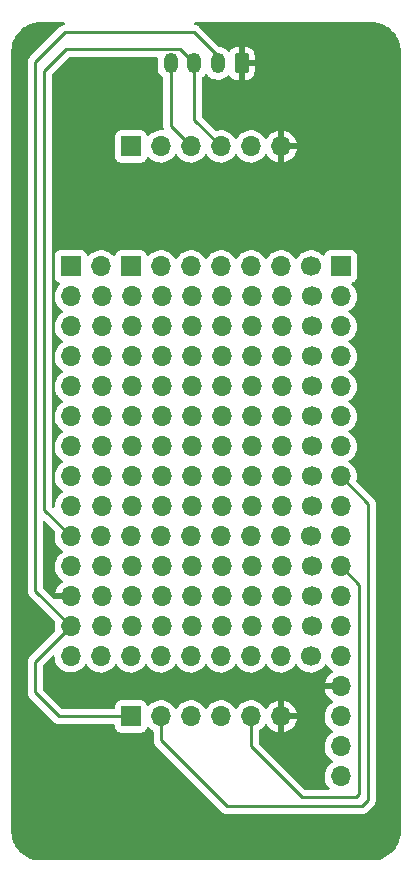
<source format=gbr>
%TF.GenerationSoftware,KiCad,Pcbnew,(6.0.8)*%
%TF.CreationDate,2022-10-15T13:13:38-04:00*%
%TF.ProjectId,firebeetle-shield,66697265-6265-4657-946c-652d73686965,v1*%
%TF.SameCoordinates,Original*%
%TF.FileFunction,Copper,L1,Top*%
%TF.FilePolarity,Positive*%
%FSLAX46Y46*%
G04 Gerber Fmt 4.6, Leading zero omitted, Abs format (unit mm)*
G04 Created by KiCad (PCBNEW (6.0.8)) date 2022-10-15 13:13:38*
%MOMM*%
%LPD*%
G01*
G04 APERTURE LIST*
G04 Aperture macros list*
%AMRoundRect*
0 Rectangle with rounded corners*
0 $1 Rounding radius*
0 $2 $3 $4 $5 $6 $7 $8 $9 X,Y pos of 4 corners*
0 Add a 4 corners polygon primitive as box body*
4,1,4,$2,$3,$4,$5,$6,$7,$8,$9,$2,$3,0*
0 Add four circle primitives for the rounded corners*
1,1,$1+$1,$2,$3*
1,1,$1+$1,$4,$5*
1,1,$1+$1,$6,$7*
1,1,$1+$1,$8,$9*
0 Add four rect primitives between the rounded corners*
20,1,$1+$1,$2,$3,$4,$5,0*
20,1,$1+$1,$4,$5,$6,$7,0*
20,1,$1+$1,$6,$7,$8,$9,0*
20,1,$1+$1,$8,$9,$2,$3,0*%
G04 Aperture macros list end*
%TA.AperFunction,ComponentPad*%
%ADD10C,1.700000*%
%TD*%
%TA.AperFunction,ComponentPad*%
%ADD11O,1.700000X1.700000*%
%TD*%
%TA.AperFunction,ComponentPad*%
%ADD12R,1.700000X1.700000*%
%TD*%
%TA.AperFunction,ComponentPad*%
%ADD13RoundRect,0.250000X0.350000X0.625000X-0.350000X0.625000X-0.350000X-0.625000X0.350000X-0.625000X0*%
%TD*%
%TA.AperFunction,ComponentPad*%
%ADD14O,1.200000X1.750000*%
%TD*%
%TA.AperFunction,ViaPad*%
%ADD15C,0.800000*%
%TD*%
%TA.AperFunction,Conductor*%
%ADD16C,0.250000*%
%TD*%
G04 APERTURE END LIST*
D10*
%TO.P,REF\u002A\u002A,1*%
%TO.N,N/C*%
X123948658Y-151680000D03*
X123948658Y-146528857D03*
X123890000Y-144060000D03*
X123948658Y-149140000D03*
X123930908Y-141520000D03*
X123930908Y-131315969D03*
X123930908Y-126280000D03*
X123930908Y-123731678D03*
X123930908Y-133864291D03*
X123890000Y-154220000D03*
X123890000Y-121200000D03*
X123930908Y-128820000D03*
X123930908Y-136440000D03*
X123930908Y-138980000D03*
D11*
%TO.P,REF\u002A\u002A,2*%
X121390908Y-126280000D03*
X121390908Y-131315969D03*
X121350000Y-144060000D03*
X121390908Y-138980000D03*
X121408658Y-149140000D03*
X121390908Y-136440000D03*
X121390908Y-141520000D03*
X121390908Y-123731678D03*
X121408658Y-146528857D03*
X121390908Y-128820000D03*
X121350000Y-154220000D03*
X121390908Y-133864291D03*
X121350000Y-121200000D03*
X121408658Y-151680000D03*
%TO.P,REF\u002A\u002A,3*%
X118850908Y-138980000D03*
X118850908Y-128820000D03*
X118850908Y-131315969D03*
X118868658Y-146528857D03*
X118868658Y-149140000D03*
X118850908Y-133864291D03*
X118868658Y-151680000D03*
X118810000Y-144060000D03*
X118810000Y-121200000D03*
X118850908Y-141520000D03*
X118850908Y-136440000D03*
X118850908Y-126280000D03*
X118850908Y-123731678D03*
X118810000Y-154220000D03*
%TO.P,REF\u002A\u002A,4*%
X116270000Y-154220000D03*
X116328658Y-149140000D03*
X116328658Y-151680000D03*
X116270000Y-144060000D03*
X116310908Y-141520000D03*
X116310908Y-126280000D03*
X116310908Y-136440000D03*
X116328658Y-146528857D03*
X116270000Y-121200000D03*
X116310908Y-131315969D03*
X116310908Y-133864291D03*
X116310908Y-138980000D03*
X116310908Y-128820000D03*
X116310908Y-123731678D03*
%TO.P,REF\u002A\u002A,5*%
X113770908Y-138980000D03*
X113770908Y-126280000D03*
X113788658Y-146528857D03*
X113730000Y-154220000D03*
X113730000Y-144060000D03*
X113730000Y-121200000D03*
X113770908Y-141520000D03*
X113770908Y-133864291D03*
X113770908Y-128820000D03*
X113770908Y-136440000D03*
X113788658Y-151680000D03*
X113770908Y-131315969D03*
X113770908Y-123731678D03*
X113788658Y-149140000D03*
%TO.P,REF\u002A\u002A,6*%
X111230908Y-141520000D03*
X111230908Y-123731678D03*
X111230908Y-138980000D03*
X111248658Y-151680000D03*
X111230908Y-136440000D03*
X111230908Y-131315969D03*
X111248658Y-146528857D03*
X111230908Y-133864291D03*
X111190000Y-144060000D03*
X111248658Y-149140000D03*
X111230908Y-126280000D03*
X111190000Y-154220000D03*
X111190000Y-121200000D03*
X111230908Y-128820000D03*
%TO.P,REF\u002A\u002A,7*%
X108690908Y-126280000D03*
X108690908Y-128820000D03*
D12*
%TO.N,32K*%
X108650000Y-121200000D03*
D11*
%TO.N,N/C*%
X108708658Y-149140000D03*
X108650000Y-154220000D03*
X108690908Y-138980000D03*
X108690908Y-136440000D03*
X108708658Y-146528857D03*
X108690908Y-141520000D03*
X108708658Y-151680000D03*
X108690908Y-131315969D03*
X108650000Y-144060000D03*
X108690908Y-133864291D03*
X108690908Y-123731678D03*
%TO.P,REF\u002A\u002A,8*%
X106150908Y-141520000D03*
X106110000Y-144060000D03*
X106150908Y-126280000D03*
X106150908Y-128820000D03*
X106168658Y-146528857D03*
X106110000Y-154220000D03*
X106150908Y-136440000D03*
X106150908Y-138980000D03*
X106150908Y-131315969D03*
X106150908Y-133864291D03*
X106168658Y-151680000D03*
X106150908Y-123731678D03*
X106168658Y-149140000D03*
X106110000Y-121200000D03*
%TD*%
D12*
%TO.P,J2,1,Pin_1*%
%TO.N,Net-(J2-Pad1)*%
X108650000Y-111040000D03*
D11*
%TO.P,J2,2,Pin_2*%
%TO.N,Net-(J2-Pad2)*%
X111190000Y-111040000D03*
%TO.P,J2,3,Pin_3*%
%TO.N,SCL*%
X113730000Y-111040000D03*
%TO.P,J2,4,Pin_4*%
%TO.N,SDA*%
X116270000Y-111040000D03*
%TO.P,J2,5,Pin_5*%
%TO.N,Net-(J2-Pad5)*%
X118810000Y-111040000D03*
%TO.P,J2,6,Pin_6*%
%TO.N,GND*%
X121350000Y-111040000D03*
%TD*%
D13*
%TO.P,J3,1,Pin_1*%
%TO.N,GND*%
X118000000Y-104000000D03*
D14*
%TO.P,J3,2,Pin_2*%
%TO.N,3V3*%
X116000000Y-104000000D03*
%TO.P,J3,3,Pin_3*%
%TO.N,SDA*%
X114000000Y-104000000D03*
%TO.P,J3,4,Pin_4*%
%TO.N,SCL*%
X112000000Y-104000000D03*
%TD*%
D12*
%TO.P,J4,1,Pin_1*%
%TO.N,3V3*%
X108650000Y-159300000D03*
D11*
%TO.P,J4,2,Pin_2*%
%TO.N,CS*%
X111190000Y-159300000D03*
%TO.P,J4,3,Pin_3*%
%TO.N,MOSI*%
X113730000Y-159300000D03*
%TO.P,J4,4,Pin_4*%
%TO.N,SCK*%
X116270000Y-159300000D03*
%TO.P,J4,5,Pin_5*%
%TO.N,MISO*%
X118810000Y-159300000D03*
%TO.P,J4,6,Pin_6*%
%TO.N,GND*%
X121350000Y-159300000D03*
%TD*%
D12*
%TO.P,J5,1,RX*%
%TO.N,unconnected-(J5-Pad1)*%
X126405000Y-121190000D03*
D11*
%TO.P,J5,2,TX*%
%TO.N,unconnected-(J5-Pad2)*%
X126405000Y-123730000D03*
%TO.P,J5,3,D2*%
%TO.N,SQW*%
X126405000Y-126270000D03*
%TO.P,J5,4,D3*%
%TO.N,unconnected-(J5-Pad4)*%
X126405000Y-128810000D03*
%TO.P,J5,5,D5*%
%TO.N,unconnected-(J5-Pad5)*%
X126405000Y-131350000D03*
%TO.P,J5,6,D6*%
%TO.N,unconnected-(J5-Pad6)*%
X126405000Y-133890000D03*
%TO.P,J5,7,D7*%
%TO.N,unconnected-(J5-Pad7)*%
X126405000Y-136430000D03*
%TO.P,J5,8,D9*%
%TO.N,CS*%
X126405000Y-138970000D03*
%TO.P,J5,9,SDA*%
%TO.N,unconnected-(J5-Pad9)*%
X126405000Y-141510000D03*
%TO.P,J5,10,SCL*%
%TO.N,unconnected-(J5-Pad10)*%
X126405000Y-144050000D03*
%TO.P,J5,11,MISO*%
%TO.N,MISO*%
X126405000Y-146590000D03*
%TO.P,J5,12,MOSI*%
%TO.N,MOSI*%
X126405000Y-149130000D03*
%TO.P,J5,13,SCK*%
%TO.N,SCK*%
X126405000Y-151670000D03*
%TO.P,J5,14,EN*%
%TO.N,unconnected-(J5-Pad14)*%
X126405000Y-154210000D03*
%TO.P,J5,15,GND*%
%TO.N,GND*%
X126405000Y-156750000D03*
%TO.P,J5,16,NC*%
%TO.N,unconnected-(J5-Pad16)*%
X126405000Y-159290000D03*
%TO.P,J5,17,3V3*%
%TO.N,unconnected-(J5-Pad17)*%
X126405000Y-161830000D03*
%TO.P,J5,18,RST*%
%TO.N,unconnected-(J5-Pad18)*%
X126405000Y-164370000D03*
%TD*%
D12*
%TO.P,J1,1,D10*%
%TO.N,unconnected-(J1-Pad1)*%
X103545000Y-121190000D03*
D11*
%TO.P,J1,2,D11*%
%TO.N,unconnected-(J1-Pad2)*%
X103545000Y-123730000D03*
%TO.P,J1,3,D12*%
%TO.N,unconnected-(J1-Pad3)*%
X103545000Y-126270000D03*
%TO.P,J1,4,D13*%
%TO.N,unconnected-(J1-Pad4)*%
X103545000Y-128810000D03*
%TO.P,J1,5,A0*%
%TO.N,unconnected-(J1-Pad5)*%
X103545000Y-131350000D03*
%TO.P,J1,6,A1*%
%TO.N,unconnected-(J1-Pad6)*%
X103545000Y-133890000D03*
%TO.P,J1,7,A2*%
%TO.N,unconnected-(J1-Pad7)*%
X103545000Y-136430000D03*
%TO.P,J1,8,A3*%
%TO.N,unconnected-(J1-Pad8)*%
X103545000Y-138970000D03*
%TO.P,J1,9,A4*%
%TO.N,unconnected-(J1-Pad9)*%
X103545000Y-141510000D03*
%TO.P,J1,10,SDA*%
%TO.N,SDA*%
X103545000Y-144050000D03*
%TO.P,J1,11,SCL*%
%TO.N,SCL*%
X103545000Y-146590000D03*
%TO.P,J1,12,GND*%
%TO.N,GND*%
X103545000Y-149130000D03*
%TO.P,J1,13,3V3*%
%TO.N,3V3*%
X103545000Y-151670000D03*
%TO.P,J1,14,VCC*%
%TO.N,VCC*%
X103545000Y-154210000D03*
%TD*%
D15*
%TO.N,GND*%
X115000000Y-156506000D03*
X103824000Y-111040000D03*
X129478000Y-111040000D03*
%TD*%
D16*
%TO.N,SDA*%
X101284000Y-141789000D02*
X103545000Y-144050000D01*
X101284000Y-104690000D02*
X101284000Y-141789000D01*
X103173520Y-102800480D02*
X101284000Y-104690000D01*
X114000000Y-104000000D02*
X112800480Y-102800480D01*
X112800480Y-102800480D02*
X103173520Y-102800480D01*
X114000000Y-108770000D02*
X116270000Y-111040000D01*
X114000000Y-104000000D02*
X114000000Y-108770000D01*
%TO.N,SCL*%
X112000000Y-109310000D02*
X113730000Y-111040000D01*
X112000000Y-104000000D02*
X112000000Y-109310000D01*
%TO.N,MISO*%
X123128000Y-166158000D02*
X118810000Y-161840000D01*
X127954000Y-165904000D02*
X127700000Y-166158000D01*
X127700000Y-166158000D02*
X123128000Y-166158000D01*
X126405000Y-146590000D02*
X127954000Y-148139000D01*
X127954000Y-148139000D02*
X127954000Y-165904000D01*
X118810000Y-161840000D02*
X118810000Y-159300000D01*
%TO.N,3V3*%
X103545000Y-151670000D02*
X100522000Y-148647000D01*
X100522000Y-157268000D02*
X100522000Y-154693000D01*
X100522000Y-148647000D02*
X100522000Y-103928000D01*
X103062000Y-101388000D02*
X113984000Y-101388000D01*
X116000000Y-103404000D02*
X116000000Y-104000000D01*
X113984000Y-101388000D02*
X116000000Y-103404000D01*
X100522000Y-154693000D02*
X103545000Y-151670000D01*
X108650000Y-159300000D02*
X102554000Y-159300000D01*
X102554000Y-159300000D02*
X100522000Y-157268000D01*
X100522000Y-103928000D02*
X103062000Y-101388000D01*
%TO.N,CS*%
X128716000Y-166412000D02*
X128208000Y-166920000D01*
X128716000Y-141281000D02*
X128716000Y-166412000D01*
X111190000Y-161332000D02*
X111190000Y-159300000D01*
X126405000Y-138970000D02*
X128716000Y-141281000D01*
X116778000Y-166920000D02*
X111190000Y-161332000D01*
X128208000Y-166920000D02*
X116778000Y-166920000D01*
%TD*%
%TA.AperFunction,Conductor*%
%TO.N,GND*%
G36*
X103006633Y-100528502D02*
G01*
X103053126Y-100582158D01*
X103063230Y-100652432D01*
X103033736Y-100717012D01*
X102974010Y-100755396D01*
X102965967Y-100757206D01*
X102962110Y-100757327D01*
X102944454Y-100762456D01*
X102942658Y-100762978D01*
X102923306Y-100766986D01*
X102911068Y-100768532D01*
X102911066Y-100768533D01*
X102903203Y-100769526D01*
X102862086Y-100785806D01*
X102850885Y-100789641D01*
X102808406Y-100801982D01*
X102801587Y-100806015D01*
X102801582Y-100806017D01*
X102790971Y-100812293D01*
X102773221Y-100820990D01*
X102754383Y-100828448D01*
X102747967Y-100833109D01*
X102747966Y-100833110D01*
X102718625Y-100854428D01*
X102708701Y-100860947D01*
X102677460Y-100879422D01*
X102677455Y-100879426D01*
X102670637Y-100883458D01*
X102656313Y-100897782D01*
X102641281Y-100910621D01*
X102624893Y-100922528D01*
X102602550Y-100949536D01*
X102596712Y-100956593D01*
X102588722Y-100965373D01*
X100129747Y-103424348D01*
X100121461Y-103431888D01*
X100114982Y-103436000D01*
X100109557Y-103441777D01*
X100068357Y-103485651D01*
X100065602Y-103488493D01*
X100045865Y-103508230D01*
X100043385Y-103511427D01*
X100035682Y-103520447D01*
X100005414Y-103552679D01*
X100001595Y-103559625D01*
X100001593Y-103559628D01*
X99995652Y-103570434D01*
X99984801Y-103586953D01*
X99972386Y-103602959D01*
X99969241Y-103610228D01*
X99969238Y-103610232D01*
X99954826Y-103643537D01*
X99949609Y-103654187D01*
X99928305Y-103692940D01*
X99926334Y-103700615D01*
X99926334Y-103700616D01*
X99923267Y-103712562D01*
X99916863Y-103731266D01*
X99908819Y-103749855D01*
X99907580Y-103757678D01*
X99907577Y-103757688D01*
X99901901Y-103793524D01*
X99899495Y-103805144D01*
X99888500Y-103847970D01*
X99888500Y-103868224D01*
X99886949Y-103887934D01*
X99883780Y-103907943D01*
X99884526Y-103915835D01*
X99887941Y-103951961D01*
X99888500Y-103963819D01*
X99888500Y-148568233D01*
X99887973Y-148579416D01*
X99886298Y-148586909D01*
X99886547Y-148594835D01*
X99886547Y-148594836D01*
X99888438Y-148654986D01*
X99888500Y-148658945D01*
X99888500Y-148686856D01*
X99888997Y-148690790D01*
X99888997Y-148690791D01*
X99889005Y-148690856D01*
X99889938Y-148702693D01*
X99891327Y-148746889D01*
X99896978Y-148766339D01*
X99900987Y-148785700D01*
X99903526Y-148805797D01*
X99906445Y-148813168D01*
X99906445Y-148813170D01*
X99919804Y-148846912D01*
X99923649Y-148858142D01*
X99928837Y-148876000D01*
X99935982Y-148900593D01*
X99940015Y-148907412D01*
X99940017Y-148907417D01*
X99946293Y-148918028D01*
X99954988Y-148935776D01*
X99962448Y-148954617D01*
X99967110Y-148961033D01*
X99967110Y-148961034D01*
X99988436Y-148990387D01*
X99994952Y-149000307D01*
X100017458Y-149038362D01*
X100031779Y-149052683D01*
X100044619Y-149067716D01*
X100056528Y-149084107D01*
X100062634Y-149089158D01*
X100090605Y-149112298D01*
X100099384Y-149120288D01*
X102194778Y-151215682D01*
X102228804Y-151277994D01*
X102227100Y-151338448D01*
X102205989Y-151414570D01*
X102182251Y-151636695D01*
X102195110Y-151859715D01*
X102196247Y-151864761D01*
X102196248Y-151864767D01*
X102228453Y-152007668D01*
X102223917Y-152078520D01*
X102194631Y-152124464D01*
X100129747Y-154189348D01*
X100121461Y-154196888D01*
X100114982Y-154201000D01*
X100109557Y-154206777D01*
X100068357Y-154250651D01*
X100065602Y-154253493D01*
X100045865Y-154273230D01*
X100043385Y-154276427D01*
X100035682Y-154285447D01*
X100005414Y-154317679D01*
X100001595Y-154324625D01*
X100001593Y-154324628D01*
X99995652Y-154335434D01*
X99984801Y-154351953D01*
X99972386Y-154367959D01*
X99969241Y-154375228D01*
X99969238Y-154375232D01*
X99954826Y-154408537D01*
X99949609Y-154419187D01*
X99928305Y-154457940D01*
X99926334Y-154465615D01*
X99926334Y-154465616D01*
X99923267Y-154477562D01*
X99916863Y-154496266D01*
X99908819Y-154514855D01*
X99907580Y-154522678D01*
X99907577Y-154522688D01*
X99901901Y-154558524D01*
X99899495Y-154570144D01*
X99888500Y-154612970D01*
X99888500Y-154633224D01*
X99886949Y-154652934D01*
X99883780Y-154672943D01*
X99884526Y-154680835D01*
X99887941Y-154716961D01*
X99888500Y-154728819D01*
X99888500Y-157189233D01*
X99887973Y-157200416D01*
X99886298Y-157207909D01*
X99886547Y-157215835D01*
X99886547Y-157215836D01*
X99888438Y-157275986D01*
X99888500Y-157279945D01*
X99888500Y-157307856D01*
X99888997Y-157311790D01*
X99888997Y-157311791D01*
X99889005Y-157311856D01*
X99889938Y-157323693D01*
X99891327Y-157367889D01*
X99896978Y-157387339D01*
X99900987Y-157406700D01*
X99903526Y-157426797D01*
X99906445Y-157434168D01*
X99906445Y-157434170D01*
X99919804Y-157467912D01*
X99923649Y-157479142D01*
X99935982Y-157521593D01*
X99940015Y-157528412D01*
X99940017Y-157528417D01*
X99946293Y-157539028D01*
X99954988Y-157556776D01*
X99962448Y-157575617D01*
X99967110Y-157582033D01*
X99967110Y-157582034D01*
X99988436Y-157611387D01*
X99994952Y-157621307D01*
X100017458Y-157659362D01*
X100031779Y-157673683D01*
X100044619Y-157688716D01*
X100056528Y-157705107D01*
X100062634Y-157710158D01*
X100090605Y-157733298D01*
X100099384Y-157741288D01*
X102050348Y-159692253D01*
X102057888Y-159700539D01*
X102062000Y-159707018D01*
X102067777Y-159712443D01*
X102111651Y-159753643D01*
X102114493Y-159756398D01*
X102134230Y-159776135D01*
X102137427Y-159778615D01*
X102146447Y-159786318D01*
X102178679Y-159816586D01*
X102185625Y-159820405D01*
X102185628Y-159820407D01*
X102196434Y-159826348D01*
X102212953Y-159837199D01*
X102228959Y-159849614D01*
X102236228Y-159852759D01*
X102236232Y-159852762D01*
X102269537Y-159867174D01*
X102280187Y-159872391D01*
X102318940Y-159893695D01*
X102326615Y-159895666D01*
X102326616Y-159895666D01*
X102338562Y-159898733D01*
X102357267Y-159905137D01*
X102375855Y-159913181D01*
X102383678Y-159914420D01*
X102383688Y-159914423D01*
X102419524Y-159920099D01*
X102431144Y-159922505D01*
X102466289Y-159931528D01*
X102473970Y-159933500D01*
X102494224Y-159933500D01*
X102513934Y-159935051D01*
X102533943Y-159938220D01*
X102541835Y-159937474D01*
X102577961Y-159934059D01*
X102589819Y-159933500D01*
X107165500Y-159933500D01*
X107233621Y-159953502D01*
X107280114Y-160007158D01*
X107291500Y-160059500D01*
X107291500Y-160198134D01*
X107298255Y-160260316D01*
X107349385Y-160396705D01*
X107436739Y-160513261D01*
X107553295Y-160600615D01*
X107689684Y-160651745D01*
X107751866Y-160658500D01*
X109548134Y-160658500D01*
X109610316Y-160651745D01*
X109746705Y-160600615D01*
X109863261Y-160513261D01*
X109950615Y-160396705D01*
X109972799Y-160337529D01*
X109994598Y-160279382D01*
X110037240Y-160222618D01*
X110103802Y-160197918D01*
X110173150Y-160213126D01*
X110207817Y-160241114D01*
X110236250Y-160273938D01*
X110408126Y-160416632D01*
X110494070Y-160466853D01*
X110542794Y-160518491D01*
X110556500Y-160575641D01*
X110556500Y-161253233D01*
X110555973Y-161264416D01*
X110554298Y-161271909D01*
X110554547Y-161279835D01*
X110554547Y-161279836D01*
X110556438Y-161339986D01*
X110556500Y-161343945D01*
X110556500Y-161371856D01*
X110556997Y-161375790D01*
X110556997Y-161375791D01*
X110557005Y-161375856D01*
X110557938Y-161387693D01*
X110559327Y-161431889D01*
X110564978Y-161451339D01*
X110568987Y-161470700D01*
X110571526Y-161490797D01*
X110574445Y-161498168D01*
X110574445Y-161498170D01*
X110587804Y-161531912D01*
X110591649Y-161543142D01*
X110601658Y-161577595D01*
X110603982Y-161585593D01*
X110608015Y-161592412D01*
X110608017Y-161592417D01*
X110614293Y-161603028D01*
X110622988Y-161620776D01*
X110630448Y-161639617D01*
X110635110Y-161646033D01*
X110635110Y-161646034D01*
X110656436Y-161675387D01*
X110662952Y-161685307D01*
X110685458Y-161723362D01*
X110699779Y-161737683D01*
X110712619Y-161752716D01*
X110724528Y-161769107D01*
X110751671Y-161791562D01*
X110758605Y-161797298D01*
X110767384Y-161805288D01*
X116274343Y-167312247D01*
X116281887Y-167320537D01*
X116286000Y-167327018D01*
X116291777Y-167332443D01*
X116335667Y-167373658D01*
X116338509Y-167376413D01*
X116358230Y-167396134D01*
X116361425Y-167398612D01*
X116370447Y-167406318D01*
X116402679Y-167436586D01*
X116409628Y-167440406D01*
X116420432Y-167446346D01*
X116436956Y-167457199D01*
X116452959Y-167469613D01*
X116493543Y-167487176D01*
X116504173Y-167492383D01*
X116542940Y-167513695D01*
X116550617Y-167515666D01*
X116550622Y-167515668D01*
X116562558Y-167518732D01*
X116581266Y-167525137D01*
X116599855Y-167533181D01*
X116607680Y-167534420D01*
X116607682Y-167534421D01*
X116643519Y-167540097D01*
X116655140Y-167542504D01*
X116686959Y-167550673D01*
X116697970Y-167553500D01*
X116718231Y-167553500D01*
X116737940Y-167555051D01*
X116757943Y-167558219D01*
X116765835Y-167557473D01*
X116771062Y-167556979D01*
X116801954Y-167554059D01*
X116813811Y-167553500D01*
X128129233Y-167553500D01*
X128140416Y-167554027D01*
X128147909Y-167555702D01*
X128155835Y-167555453D01*
X128155836Y-167555453D01*
X128215986Y-167553562D01*
X128219945Y-167553500D01*
X128247856Y-167553500D01*
X128251791Y-167553003D01*
X128251856Y-167552995D01*
X128263693Y-167552062D01*
X128295951Y-167551048D01*
X128299970Y-167550922D01*
X128307889Y-167550673D01*
X128327343Y-167545021D01*
X128346700Y-167541013D01*
X128358930Y-167539468D01*
X128358931Y-167539468D01*
X128366797Y-167538474D01*
X128374168Y-167535555D01*
X128374170Y-167535555D01*
X128407912Y-167522196D01*
X128419142Y-167518351D01*
X128453983Y-167508229D01*
X128453984Y-167508229D01*
X128461593Y-167506018D01*
X128468412Y-167501985D01*
X128468417Y-167501983D01*
X128479028Y-167495707D01*
X128496776Y-167487012D01*
X128515617Y-167479552D01*
X128535987Y-167464753D01*
X128551387Y-167453564D01*
X128561307Y-167447048D01*
X128592535Y-167428580D01*
X128592538Y-167428578D01*
X128599362Y-167424542D01*
X128613683Y-167410221D01*
X128628717Y-167397380D01*
X128630432Y-167396134D01*
X128645107Y-167385472D01*
X128673298Y-167351395D01*
X128681288Y-167342616D01*
X129108247Y-166915657D01*
X129116537Y-166908113D01*
X129123018Y-166904000D01*
X129169659Y-166854332D01*
X129172413Y-166851491D01*
X129192134Y-166831770D01*
X129194612Y-166828575D01*
X129202318Y-166819553D01*
X129227158Y-166793101D01*
X129232586Y-166787321D01*
X129242346Y-166769568D01*
X129253199Y-166753045D01*
X129260753Y-166743306D01*
X129265613Y-166737041D01*
X129283176Y-166696457D01*
X129288383Y-166685827D01*
X129309695Y-166647060D01*
X129311666Y-166639383D01*
X129311668Y-166639378D01*
X129314732Y-166627442D01*
X129321138Y-166608730D01*
X129326034Y-166597417D01*
X129329181Y-166590145D01*
X129336097Y-166546481D01*
X129338504Y-166534860D01*
X129347528Y-166499711D01*
X129347528Y-166499710D01*
X129349500Y-166492030D01*
X129349500Y-166471769D01*
X129351051Y-166452058D01*
X129352979Y-166439885D01*
X129354219Y-166432057D01*
X129350059Y-166388046D01*
X129349500Y-166376189D01*
X129349500Y-141359768D01*
X129350027Y-141348585D01*
X129351702Y-141341092D01*
X129349562Y-141273001D01*
X129349500Y-141269044D01*
X129349500Y-141241144D01*
X129348996Y-141237153D01*
X129348063Y-141225311D01*
X129346923Y-141189036D01*
X129346674Y-141181111D01*
X129341021Y-141161652D01*
X129337012Y-141142293D01*
X129336846Y-141140983D01*
X129334474Y-141122203D01*
X129331558Y-141114837D01*
X129331556Y-141114831D01*
X129318200Y-141081098D01*
X129314355Y-141069868D01*
X129304230Y-141035017D01*
X129304230Y-141035016D01*
X129302019Y-141027407D01*
X129291705Y-141009966D01*
X129283008Y-140992213D01*
X129278472Y-140980758D01*
X129275552Y-140973383D01*
X129249563Y-140937612D01*
X129243047Y-140927692D01*
X129224578Y-140896463D01*
X129220542Y-140889638D01*
X129206221Y-140875317D01*
X129193380Y-140860283D01*
X129186131Y-140850306D01*
X129181472Y-140843893D01*
X129147395Y-140815702D01*
X129138616Y-140807712D01*
X127756218Y-139425313D01*
X127722192Y-139363001D01*
X127724755Y-139299589D01*
X127735865Y-139263022D01*
X127737370Y-139258069D01*
X127766529Y-139036590D01*
X127768156Y-138970000D01*
X127749852Y-138747361D01*
X127695431Y-138530702D01*
X127606354Y-138325840D01*
X127494288Y-138152612D01*
X127487822Y-138142617D01*
X127487820Y-138142614D01*
X127485014Y-138138277D01*
X127334670Y-137973051D01*
X127330619Y-137969852D01*
X127330615Y-137969848D01*
X127163414Y-137837800D01*
X127163410Y-137837798D01*
X127159359Y-137834598D01*
X127118053Y-137811796D01*
X127068084Y-137761364D01*
X127053312Y-137691921D01*
X127078428Y-137625516D01*
X127105780Y-137598909D01*
X127169684Y-137553327D01*
X127284860Y-137471173D01*
X127443096Y-137313489D01*
X127502594Y-137230689D01*
X127570435Y-137136277D01*
X127573453Y-137132077D01*
X127595423Y-137087625D01*
X127670136Y-136936453D01*
X127670137Y-136936451D01*
X127672430Y-136931811D01*
X127737370Y-136718069D01*
X127766529Y-136496590D01*
X127768156Y-136430000D01*
X127749852Y-136207361D01*
X127695431Y-135990702D01*
X127606354Y-135785840D01*
X127494288Y-135612612D01*
X127487822Y-135602617D01*
X127487820Y-135602614D01*
X127485014Y-135598277D01*
X127334670Y-135433051D01*
X127330619Y-135429852D01*
X127330615Y-135429848D01*
X127163414Y-135297800D01*
X127163410Y-135297798D01*
X127159359Y-135294598D01*
X127118053Y-135271796D01*
X127068084Y-135221364D01*
X127053312Y-135151921D01*
X127078428Y-135085516D01*
X127105780Y-135058909D01*
X127149603Y-135027650D01*
X127284860Y-134931173D01*
X127443096Y-134773489D01*
X127502594Y-134690689D01*
X127570435Y-134596277D01*
X127573453Y-134592077D01*
X127606771Y-134524664D01*
X127670136Y-134396453D01*
X127670137Y-134396451D01*
X127672430Y-134391811D01*
X127737370Y-134178069D01*
X127766529Y-133956590D01*
X127768156Y-133890000D01*
X127749852Y-133667361D01*
X127695431Y-133450702D01*
X127606354Y-133245840D01*
X127529806Y-133127515D01*
X127487822Y-133062617D01*
X127487820Y-133062614D01*
X127485014Y-133058277D01*
X127334670Y-132893051D01*
X127330619Y-132889852D01*
X127330615Y-132889848D01*
X127163414Y-132757800D01*
X127163410Y-132757798D01*
X127159359Y-132754598D01*
X127118053Y-132731796D01*
X127068084Y-132681364D01*
X127053312Y-132611921D01*
X127078428Y-132545516D01*
X127105780Y-132518909D01*
X127160544Y-132479846D01*
X127284860Y-132391173D01*
X127443096Y-132233489D01*
X127470566Y-132195261D01*
X127570435Y-132056277D01*
X127573453Y-132052077D01*
X127611139Y-131975826D01*
X127670136Y-131856453D01*
X127670137Y-131856451D01*
X127672430Y-131851811D01*
X127737370Y-131638069D01*
X127766529Y-131416590D01*
X127768156Y-131350000D01*
X127749852Y-131127361D01*
X127695431Y-130910702D01*
X127606354Y-130705840D01*
X127485014Y-130518277D01*
X127334670Y-130353051D01*
X127330619Y-130349852D01*
X127330615Y-130349848D01*
X127163414Y-130217800D01*
X127163410Y-130217798D01*
X127159359Y-130214598D01*
X127118053Y-130191796D01*
X127068084Y-130141364D01*
X127053312Y-130071921D01*
X127078428Y-130005516D01*
X127105780Y-129978909D01*
X127169684Y-129933327D01*
X127284860Y-129851173D01*
X127443096Y-129693489D01*
X127502594Y-129610689D01*
X127570435Y-129516277D01*
X127573453Y-129512077D01*
X127595423Y-129467625D01*
X127670136Y-129316453D01*
X127670137Y-129316451D01*
X127672430Y-129311811D01*
X127737370Y-129098069D01*
X127766529Y-128876590D01*
X127768156Y-128810000D01*
X127749852Y-128587361D01*
X127695431Y-128370702D01*
X127606354Y-128165840D01*
X127494288Y-127992612D01*
X127487822Y-127982617D01*
X127487820Y-127982614D01*
X127485014Y-127978277D01*
X127334670Y-127813051D01*
X127330619Y-127809852D01*
X127330615Y-127809848D01*
X127163414Y-127677800D01*
X127163410Y-127677798D01*
X127159359Y-127674598D01*
X127118053Y-127651796D01*
X127068084Y-127601364D01*
X127053312Y-127531921D01*
X127078428Y-127465516D01*
X127105780Y-127438909D01*
X127169684Y-127393327D01*
X127284860Y-127311173D01*
X127443096Y-127153489D01*
X127502594Y-127070689D01*
X127570435Y-126976277D01*
X127573453Y-126972077D01*
X127595423Y-126927625D01*
X127670136Y-126776453D01*
X127670137Y-126776451D01*
X127672430Y-126771811D01*
X127737370Y-126558069D01*
X127766529Y-126336590D01*
X127768156Y-126270000D01*
X127749852Y-126047361D01*
X127695431Y-125830702D01*
X127606354Y-125625840D01*
X127494288Y-125452612D01*
X127487822Y-125442617D01*
X127487820Y-125442614D01*
X127485014Y-125438277D01*
X127334670Y-125273051D01*
X127330619Y-125269852D01*
X127330615Y-125269848D01*
X127163414Y-125137800D01*
X127163410Y-125137798D01*
X127159359Y-125134598D01*
X127118053Y-125111796D01*
X127068084Y-125061364D01*
X127053312Y-124991921D01*
X127078428Y-124925516D01*
X127105780Y-124898909D01*
X127173058Y-124850920D01*
X127284860Y-124771173D01*
X127350647Y-124705616D01*
X127439435Y-124617137D01*
X127443096Y-124613489D01*
X127501389Y-124532366D01*
X127570435Y-124436277D01*
X127573453Y-124432077D01*
X127599536Y-124379303D01*
X127670136Y-124236453D01*
X127670137Y-124236451D01*
X127672430Y-124231811D01*
X127737370Y-124018069D01*
X127766529Y-123796590D01*
X127768156Y-123730000D01*
X127749852Y-123507361D01*
X127695431Y-123290702D01*
X127606354Y-123085840D01*
X127536772Y-122978282D01*
X127487822Y-122902617D01*
X127487820Y-122902614D01*
X127485014Y-122898277D01*
X127481532Y-122894450D01*
X127337798Y-122736488D01*
X127306746Y-122672642D01*
X127315141Y-122602143D01*
X127360317Y-122547375D01*
X127386761Y-122533706D01*
X127493297Y-122493767D01*
X127501705Y-122490615D01*
X127618261Y-122403261D01*
X127705615Y-122286705D01*
X127756745Y-122150316D01*
X127763500Y-122088134D01*
X127763500Y-120291866D01*
X127756745Y-120229684D01*
X127705615Y-120093295D01*
X127618261Y-119976739D01*
X127501705Y-119889385D01*
X127365316Y-119838255D01*
X127303134Y-119831500D01*
X125506866Y-119831500D01*
X125444684Y-119838255D01*
X125308295Y-119889385D01*
X125191739Y-119976739D01*
X125104385Y-120093295D01*
X125101233Y-120101703D01*
X125101232Y-120101705D01*
X125064559Y-120199530D01*
X125021918Y-120256295D01*
X124955356Y-120280995D01*
X124886007Y-120265788D01*
X124853384Y-120240101D01*
X124823152Y-120206876D01*
X124823142Y-120206867D01*
X124819670Y-120203051D01*
X124815619Y-120199852D01*
X124815615Y-120199848D01*
X124648414Y-120067800D01*
X124648410Y-120067798D01*
X124644359Y-120064598D01*
X124448789Y-119956638D01*
X124443920Y-119954914D01*
X124443916Y-119954912D01*
X124243087Y-119883795D01*
X124243083Y-119883794D01*
X124238212Y-119882069D01*
X124233119Y-119881162D01*
X124233116Y-119881161D01*
X124023373Y-119843800D01*
X124023367Y-119843799D01*
X124018284Y-119842894D01*
X123944452Y-119841992D01*
X123800081Y-119840228D01*
X123800079Y-119840228D01*
X123794911Y-119840165D01*
X123574091Y-119873955D01*
X123361756Y-119943357D01*
X123163607Y-120046507D01*
X123159474Y-120049610D01*
X123159471Y-120049612D01*
X122989100Y-120177530D01*
X122984965Y-120180635D01*
X122945525Y-120221907D01*
X122873729Y-120297037D01*
X122830629Y-120342138D01*
X122723201Y-120499621D01*
X122668293Y-120544621D01*
X122597768Y-120552792D01*
X122534021Y-120521538D01*
X122513324Y-120497054D01*
X122432822Y-120372617D01*
X122432820Y-120372614D01*
X122430014Y-120368277D01*
X122279670Y-120203051D01*
X122275619Y-120199852D01*
X122275615Y-120199848D01*
X122108414Y-120067800D01*
X122108410Y-120067798D01*
X122104359Y-120064598D01*
X121908789Y-119956638D01*
X121903920Y-119954914D01*
X121903916Y-119954912D01*
X121703087Y-119883795D01*
X121703083Y-119883794D01*
X121698212Y-119882069D01*
X121693119Y-119881162D01*
X121693116Y-119881161D01*
X121483373Y-119843800D01*
X121483367Y-119843799D01*
X121478284Y-119842894D01*
X121404452Y-119841992D01*
X121260081Y-119840228D01*
X121260079Y-119840228D01*
X121254911Y-119840165D01*
X121034091Y-119873955D01*
X120821756Y-119943357D01*
X120623607Y-120046507D01*
X120619474Y-120049610D01*
X120619471Y-120049612D01*
X120449100Y-120177530D01*
X120444965Y-120180635D01*
X120405525Y-120221907D01*
X120333729Y-120297037D01*
X120290629Y-120342138D01*
X120183201Y-120499621D01*
X120128293Y-120544621D01*
X120057768Y-120552792D01*
X119994021Y-120521538D01*
X119973324Y-120497054D01*
X119892822Y-120372617D01*
X119892820Y-120372614D01*
X119890014Y-120368277D01*
X119739670Y-120203051D01*
X119735619Y-120199852D01*
X119735615Y-120199848D01*
X119568414Y-120067800D01*
X119568410Y-120067798D01*
X119564359Y-120064598D01*
X119368789Y-119956638D01*
X119363920Y-119954914D01*
X119363916Y-119954912D01*
X119163087Y-119883795D01*
X119163083Y-119883794D01*
X119158212Y-119882069D01*
X119153119Y-119881162D01*
X119153116Y-119881161D01*
X118943373Y-119843800D01*
X118943367Y-119843799D01*
X118938284Y-119842894D01*
X118864452Y-119841992D01*
X118720081Y-119840228D01*
X118720079Y-119840228D01*
X118714911Y-119840165D01*
X118494091Y-119873955D01*
X118281756Y-119943357D01*
X118083607Y-120046507D01*
X118079474Y-120049610D01*
X118079471Y-120049612D01*
X117909100Y-120177530D01*
X117904965Y-120180635D01*
X117865525Y-120221907D01*
X117793729Y-120297037D01*
X117750629Y-120342138D01*
X117643201Y-120499621D01*
X117588293Y-120544621D01*
X117517768Y-120552792D01*
X117454021Y-120521538D01*
X117433324Y-120497054D01*
X117352822Y-120372617D01*
X117352820Y-120372614D01*
X117350014Y-120368277D01*
X117199670Y-120203051D01*
X117195619Y-120199852D01*
X117195615Y-120199848D01*
X117028414Y-120067800D01*
X117028410Y-120067798D01*
X117024359Y-120064598D01*
X116828789Y-119956638D01*
X116823920Y-119954914D01*
X116823916Y-119954912D01*
X116623087Y-119883795D01*
X116623083Y-119883794D01*
X116618212Y-119882069D01*
X116613119Y-119881162D01*
X116613116Y-119881161D01*
X116403373Y-119843800D01*
X116403367Y-119843799D01*
X116398284Y-119842894D01*
X116324452Y-119841992D01*
X116180081Y-119840228D01*
X116180079Y-119840228D01*
X116174911Y-119840165D01*
X115954091Y-119873955D01*
X115741756Y-119943357D01*
X115543607Y-120046507D01*
X115539474Y-120049610D01*
X115539471Y-120049612D01*
X115369100Y-120177530D01*
X115364965Y-120180635D01*
X115325525Y-120221907D01*
X115253729Y-120297037D01*
X115210629Y-120342138D01*
X115103201Y-120499621D01*
X115048293Y-120544621D01*
X114977768Y-120552792D01*
X114914021Y-120521538D01*
X114893324Y-120497054D01*
X114812822Y-120372617D01*
X114812820Y-120372614D01*
X114810014Y-120368277D01*
X114659670Y-120203051D01*
X114655619Y-120199852D01*
X114655615Y-120199848D01*
X114488414Y-120067800D01*
X114488410Y-120067798D01*
X114484359Y-120064598D01*
X114288789Y-119956638D01*
X114283920Y-119954914D01*
X114283916Y-119954912D01*
X114083087Y-119883795D01*
X114083083Y-119883794D01*
X114078212Y-119882069D01*
X114073119Y-119881162D01*
X114073116Y-119881161D01*
X113863373Y-119843800D01*
X113863367Y-119843799D01*
X113858284Y-119842894D01*
X113784452Y-119841992D01*
X113640081Y-119840228D01*
X113640079Y-119840228D01*
X113634911Y-119840165D01*
X113414091Y-119873955D01*
X113201756Y-119943357D01*
X113003607Y-120046507D01*
X112999474Y-120049610D01*
X112999471Y-120049612D01*
X112829100Y-120177530D01*
X112824965Y-120180635D01*
X112785525Y-120221907D01*
X112713729Y-120297037D01*
X112670629Y-120342138D01*
X112563201Y-120499621D01*
X112508293Y-120544621D01*
X112437768Y-120552792D01*
X112374021Y-120521538D01*
X112353324Y-120497054D01*
X112272822Y-120372617D01*
X112272820Y-120372614D01*
X112270014Y-120368277D01*
X112119670Y-120203051D01*
X112115619Y-120199852D01*
X112115615Y-120199848D01*
X111948414Y-120067800D01*
X111948410Y-120067798D01*
X111944359Y-120064598D01*
X111748789Y-119956638D01*
X111743920Y-119954914D01*
X111743916Y-119954912D01*
X111543087Y-119883795D01*
X111543083Y-119883794D01*
X111538212Y-119882069D01*
X111533119Y-119881162D01*
X111533116Y-119881161D01*
X111323373Y-119843800D01*
X111323367Y-119843799D01*
X111318284Y-119842894D01*
X111244452Y-119841992D01*
X111100081Y-119840228D01*
X111100079Y-119840228D01*
X111094911Y-119840165D01*
X110874091Y-119873955D01*
X110661756Y-119943357D01*
X110463607Y-120046507D01*
X110459474Y-120049610D01*
X110459471Y-120049612D01*
X110289100Y-120177530D01*
X110284965Y-120180635D01*
X110228537Y-120239684D01*
X110204283Y-120265064D01*
X110142759Y-120300494D01*
X110071846Y-120297037D01*
X110014060Y-120255791D01*
X109995207Y-120222243D01*
X109953767Y-120111703D01*
X109950615Y-120103295D01*
X109863261Y-119986739D01*
X109746705Y-119899385D01*
X109610316Y-119848255D01*
X109548134Y-119841500D01*
X107751866Y-119841500D01*
X107689684Y-119848255D01*
X107553295Y-119899385D01*
X107436739Y-119986739D01*
X107349385Y-120103295D01*
X107346233Y-120111703D01*
X107304919Y-120221907D01*
X107262277Y-120278671D01*
X107195716Y-120303371D01*
X107126367Y-120288163D01*
X107093743Y-120262476D01*
X107043151Y-120206875D01*
X107043142Y-120206866D01*
X107039670Y-120203051D01*
X107035619Y-120199852D01*
X107035615Y-120199848D01*
X106868414Y-120067800D01*
X106868410Y-120067798D01*
X106864359Y-120064598D01*
X106668789Y-119956638D01*
X106663920Y-119954914D01*
X106663916Y-119954912D01*
X106463087Y-119883795D01*
X106463083Y-119883794D01*
X106458212Y-119882069D01*
X106453119Y-119881162D01*
X106453116Y-119881161D01*
X106243373Y-119843800D01*
X106243367Y-119843799D01*
X106238284Y-119842894D01*
X106164452Y-119841992D01*
X106020081Y-119840228D01*
X106020079Y-119840228D01*
X106014911Y-119840165D01*
X105794091Y-119873955D01*
X105581756Y-119943357D01*
X105383607Y-120046507D01*
X105379474Y-120049610D01*
X105379471Y-120049612D01*
X105209100Y-120177530D01*
X105204965Y-120180635D01*
X105111280Y-120278671D01*
X105108083Y-120282016D01*
X105046558Y-120317446D01*
X104975646Y-120313989D01*
X104917860Y-120272743D01*
X104897039Y-120229574D01*
X104896745Y-120229684D01*
X104895532Y-120226449D01*
X104845615Y-120093295D01*
X104758261Y-119976739D01*
X104641705Y-119889385D01*
X104505316Y-119838255D01*
X104443134Y-119831500D01*
X102646866Y-119831500D01*
X102584684Y-119838255D01*
X102448295Y-119889385D01*
X102331739Y-119976739D01*
X102244385Y-120093295D01*
X102193255Y-120229684D01*
X102186500Y-120291866D01*
X102186500Y-122088134D01*
X102193255Y-122150316D01*
X102244385Y-122286705D01*
X102331739Y-122403261D01*
X102448295Y-122490615D01*
X102456704Y-122493767D01*
X102456705Y-122493768D01*
X102565451Y-122534535D01*
X102622216Y-122577176D01*
X102646916Y-122643738D01*
X102631709Y-122713087D01*
X102612316Y-122739568D01*
X102485629Y-122872138D01*
X102482720Y-122876403D01*
X102482714Y-122876411D01*
X102464838Y-122902617D01*
X102359743Y-123056680D01*
X102345429Y-123087518D01*
X102273218Y-123243084D01*
X102265688Y-123259305D01*
X102205989Y-123474570D01*
X102182251Y-123696695D01*
X102182548Y-123701848D01*
X102182548Y-123701851D01*
X102188011Y-123796590D01*
X102195110Y-123919715D01*
X102196247Y-123924761D01*
X102196248Y-123924767D01*
X102216119Y-124012939D01*
X102244222Y-124137639D01*
X102284346Y-124236453D01*
X102325428Y-124337626D01*
X102328266Y-124344616D01*
X102355976Y-124389834D01*
X102400608Y-124462667D01*
X102444987Y-124535088D01*
X102591250Y-124703938D01*
X102763126Y-124846632D01*
X102833595Y-124887811D01*
X102836445Y-124889476D01*
X102885169Y-124941114D01*
X102898240Y-125010897D01*
X102871509Y-125076669D01*
X102831055Y-125110027D01*
X102818607Y-125116507D01*
X102814474Y-125119610D01*
X102814471Y-125119612D01*
X102644100Y-125247530D01*
X102639965Y-125250635D01*
X102485629Y-125412138D01*
X102482720Y-125416403D01*
X102482714Y-125416411D01*
X102458016Y-125452617D01*
X102359743Y-125596680D01*
X102341566Y-125635840D01*
X102269355Y-125791406D01*
X102265688Y-125799305D01*
X102205989Y-126014570D01*
X102182251Y-126236695D01*
X102182548Y-126241848D01*
X102182548Y-126241851D01*
X102188011Y-126336590D01*
X102195110Y-126459715D01*
X102196247Y-126464761D01*
X102196248Y-126464767D01*
X102216119Y-126552939D01*
X102244222Y-126677639D01*
X102328266Y-126884616D01*
X102379019Y-126967438D01*
X102442291Y-127070688D01*
X102444987Y-127075088D01*
X102591250Y-127243938D01*
X102763126Y-127386632D01*
X102780239Y-127396632D01*
X102836445Y-127429476D01*
X102885169Y-127481114D01*
X102898240Y-127550897D01*
X102871509Y-127616669D01*
X102831055Y-127650027D01*
X102818607Y-127656507D01*
X102814474Y-127659610D01*
X102814471Y-127659612D01*
X102644100Y-127787530D01*
X102639965Y-127790635D01*
X102485629Y-127952138D01*
X102482720Y-127956403D01*
X102482714Y-127956411D01*
X102458016Y-127992617D01*
X102359743Y-128136680D01*
X102341566Y-128175840D01*
X102269355Y-128331406D01*
X102265688Y-128339305D01*
X102205989Y-128554570D01*
X102182251Y-128776695D01*
X102182548Y-128781848D01*
X102182548Y-128781851D01*
X102188011Y-128876590D01*
X102195110Y-128999715D01*
X102196247Y-129004761D01*
X102196248Y-129004767D01*
X102216119Y-129092939D01*
X102244222Y-129217639D01*
X102328266Y-129424616D01*
X102379019Y-129507438D01*
X102442291Y-129610688D01*
X102444987Y-129615088D01*
X102591250Y-129783938D01*
X102763126Y-129926632D01*
X102780239Y-129936632D01*
X102836445Y-129969476D01*
X102885169Y-130021114D01*
X102898240Y-130090897D01*
X102871509Y-130156669D01*
X102831055Y-130190027D01*
X102818607Y-130196507D01*
X102814474Y-130199610D01*
X102814471Y-130199612D01*
X102650348Y-130322839D01*
X102639965Y-130330635D01*
X102485629Y-130492138D01*
X102359743Y-130676680D01*
X102344003Y-130710590D01*
X102281485Y-130845274D01*
X102265688Y-130879305D01*
X102205989Y-131094570D01*
X102182251Y-131316695D01*
X102182548Y-131321848D01*
X102182548Y-131321851D01*
X102188011Y-131416590D01*
X102195110Y-131539715D01*
X102196247Y-131544761D01*
X102196248Y-131544767D01*
X102216119Y-131632939D01*
X102244222Y-131757639D01*
X102282461Y-131851811D01*
X102314448Y-131930585D01*
X102328266Y-131964616D01*
X102379019Y-132047438D01*
X102421437Y-132116657D01*
X102444987Y-132155088D01*
X102591250Y-132323938D01*
X102763126Y-132466632D01*
X102797751Y-132486865D01*
X102836445Y-132509476D01*
X102885169Y-132561114D01*
X102898240Y-132630897D01*
X102871509Y-132696669D01*
X102831055Y-132730027D01*
X102818607Y-132736507D01*
X102814474Y-132739610D01*
X102814471Y-132739612D01*
X102644100Y-132867530D01*
X102639965Y-132870635D01*
X102485629Y-133032138D01*
X102359743Y-133216680D01*
X102344003Y-133250590D01*
X102277622Y-133393596D01*
X102265688Y-133419305D01*
X102205989Y-133634570D01*
X102182251Y-133856695D01*
X102182548Y-133861848D01*
X102182548Y-133861851D01*
X102188011Y-133956590D01*
X102195110Y-134079715D01*
X102196247Y-134084761D01*
X102196248Y-134084767D01*
X102216119Y-134172939D01*
X102244222Y-134297639D01*
X102328266Y-134504616D01*
X102346685Y-134534673D01*
X102431624Y-134673281D01*
X102444987Y-134695088D01*
X102591250Y-134863938D01*
X102763126Y-135006632D01*
X102811992Y-135035187D01*
X102836445Y-135049476D01*
X102885169Y-135101114D01*
X102898240Y-135170897D01*
X102871509Y-135236669D01*
X102831055Y-135270027D01*
X102818607Y-135276507D01*
X102814474Y-135279610D01*
X102814471Y-135279612D01*
X102644100Y-135407530D01*
X102639965Y-135410635D01*
X102485629Y-135572138D01*
X102482720Y-135576403D01*
X102482714Y-135576411D01*
X102458016Y-135612617D01*
X102359743Y-135756680D01*
X102341566Y-135795840D01*
X102269355Y-135951406D01*
X102265688Y-135959305D01*
X102205989Y-136174570D01*
X102182251Y-136396695D01*
X102182548Y-136401848D01*
X102182548Y-136401851D01*
X102188011Y-136496590D01*
X102195110Y-136619715D01*
X102196247Y-136624761D01*
X102196248Y-136624767D01*
X102216119Y-136712939D01*
X102244222Y-136837639D01*
X102328266Y-137044616D01*
X102379019Y-137127438D01*
X102442291Y-137230688D01*
X102444987Y-137235088D01*
X102591250Y-137403938D01*
X102763126Y-137546632D01*
X102780239Y-137556632D01*
X102836445Y-137589476D01*
X102885169Y-137641114D01*
X102898240Y-137710897D01*
X102871509Y-137776669D01*
X102831055Y-137810027D01*
X102818607Y-137816507D01*
X102814474Y-137819610D01*
X102814471Y-137819612D01*
X102644100Y-137947530D01*
X102639965Y-137950635D01*
X102485629Y-138112138D01*
X102482720Y-138116403D01*
X102482714Y-138116411D01*
X102458016Y-138152617D01*
X102359743Y-138296680D01*
X102341566Y-138335840D01*
X102269355Y-138491406D01*
X102265688Y-138499305D01*
X102205989Y-138714570D01*
X102182251Y-138936695D01*
X102182548Y-138941848D01*
X102182548Y-138941851D01*
X102188011Y-139036590D01*
X102195110Y-139159715D01*
X102196247Y-139164761D01*
X102196248Y-139164767D01*
X102216119Y-139252939D01*
X102244222Y-139377639D01*
X102328266Y-139584616D01*
X102379019Y-139667438D01*
X102442291Y-139770688D01*
X102444987Y-139775088D01*
X102591250Y-139943938D01*
X102763126Y-140086632D01*
X102780239Y-140096632D01*
X102836445Y-140129476D01*
X102885169Y-140181114D01*
X102898240Y-140250897D01*
X102871509Y-140316669D01*
X102831055Y-140350027D01*
X102818607Y-140356507D01*
X102814474Y-140359610D01*
X102814471Y-140359612D01*
X102644100Y-140487530D01*
X102639965Y-140490635D01*
X102485629Y-140652138D01*
X102482720Y-140656403D01*
X102482714Y-140656411D01*
X102458016Y-140692617D01*
X102359743Y-140836680D01*
X102335161Y-140889638D01*
X102269355Y-141031406D01*
X102265688Y-141039305D01*
X102205989Y-141254570D01*
X102182251Y-141476695D01*
X102182548Y-141481853D01*
X102182422Y-141487024D01*
X102180914Y-141486987D01*
X102166411Y-141549482D01*
X102115520Y-141598986D01*
X102045944Y-141613117D01*
X101979773Y-141587389D01*
X101967574Y-141576669D01*
X101954405Y-141563500D01*
X101920379Y-141501188D01*
X101917500Y-141474405D01*
X101917500Y-105004594D01*
X101937502Y-104936473D01*
X101954405Y-104915499D01*
X103399020Y-103470885D01*
X103461332Y-103436859D01*
X103488115Y-103433980D01*
X110774398Y-103433980D01*
X110842519Y-103453982D01*
X110889012Y-103507638D01*
X110898062Y-103584129D01*
X110891772Y-103616337D01*
X110891500Y-103621899D01*
X110891500Y-104327846D01*
X110906548Y-104485566D01*
X110966092Y-104688534D01*
X110968836Y-104693861D01*
X110968836Y-104693862D01*
X111016440Y-104786290D01*
X111062942Y-104876580D01*
X111193604Y-105042920D01*
X111323082Y-105155275D01*
X111361421Y-105215027D01*
X111366500Y-105250439D01*
X111366500Y-109231233D01*
X111365973Y-109242416D01*
X111364298Y-109249909D01*
X111364547Y-109257835D01*
X111364547Y-109257836D01*
X111366438Y-109317986D01*
X111366500Y-109321945D01*
X111366500Y-109349856D01*
X111366997Y-109353790D01*
X111366997Y-109353791D01*
X111367005Y-109353856D01*
X111367938Y-109365693D01*
X111369327Y-109409889D01*
X111374978Y-109429339D01*
X111378987Y-109448700D01*
X111381526Y-109468797D01*
X111384445Y-109476168D01*
X111384445Y-109476170D01*
X111397804Y-109509912D01*
X111401591Y-109520944D01*
X111401629Y-109521074D01*
X111401543Y-109592070D01*
X111363087Y-109651750D01*
X111298470Y-109681164D01*
X111279152Y-109682416D01*
X111204183Y-109681500D01*
X111100080Y-109680228D01*
X111100078Y-109680228D01*
X111094911Y-109680165D01*
X110874091Y-109713955D01*
X110661756Y-109783357D01*
X110463607Y-109886507D01*
X110459474Y-109889610D01*
X110459471Y-109889612D01*
X110289100Y-110017530D01*
X110284965Y-110020635D01*
X110228537Y-110079684D01*
X110204283Y-110105064D01*
X110142759Y-110140494D01*
X110071846Y-110137037D01*
X110014060Y-110095791D01*
X109995207Y-110062243D01*
X109953767Y-109951703D01*
X109950615Y-109943295D01*
X109863261Y-109826739D01*
X109746705Y-109739385D01*
X109610316Y-109688255D01*
X109548134Y-109681500D01*
X107751866Y-109681500D01*
X107689684Y-109688255D01*
X107553295Y-109739385D01*
X107436739Y-109826739D01*
X107349385Y-109943295D01*
X107298255Y-110079684D01*
X107291500Y-110141866D01*
X107291500Y-111938134D01*
X107298255Y-112000316D01*
X107349385Y-112136705D01*
X107436739Y-112253261D01*
X107553295Y-112340615D01*
X107689684Y-112391745D01*
X107751866Y-112398500D01*
X109548134Y-112398500D01*
X109610316Y-112391745D01*
X109746705Y-112340615D01*
X109863261Y-112253261D01*
X109950615Y-112136705D01*
X109972799Y-112077529D01*
X109994598Y-112019382D01*
X110037240Y-111962618D01*
X110103802Y-111937918D01*
X110173150Y-111953126D01*
X110207817Y-111981114D01*
X110236250Y-112013938D01*
X110408126Y-112156632D01*
X110601000Y-112269338D01*
X110809692Y-112349030D01*
X110814760Y-112350061D01*
X110814763Y-112350062D01*
X110909862Y-112369410D01*
X111028597Y-112393567D01*
X111033772Y-112393757D01*
X111033774Y-112393757D01*
X111246673Y-112401564D01*
X111246677Y-112401564D01*
X111251837Y-112401753D01*
X111256957Y-112401097D01*
X111256959Y-112401097D01*
X111468288Y-112374025D01*
X111468289Y-112374025D01*
X111473416Y-112373368D01*
X111478366Y-112371883D01*
X111682429Y-112310661D01*
X111682434Y-112310659D01*
X111687384Y-112309174D01*
X111887994Y-112210896D01*
X112069860Y-112081173D01*
X112228096Y-111923489D01*
X112358453Y-111742077D01*
X112359776Y-111743028D01*
X112406645Y-111699857D01*
X112476580Y-111687625D01*
X112542026Y-111715144D01*
X112569875Y-111746994D01*
X112629987Y-111845088D01*
X112776250Y-112013938D01*
X112948126Y-112156632D01*
X113141000Y-112269338D01*
X113349692Y-112349030D01*
X113354760Y-112350061D01*
X113354763Y-112350062D01*
X113449862Y-112369410D01*
X113568597Y-112393567D01*
X113573772Y-112393757D01*
X113573774Y-112393757D01*
X113786673Y-112401564D01*
X113786677Y-112401564D01*
X113791837Y-112401753D01*
X113796957Y-112401097D01*
X113796959Y-112401097D01*
X114008288Y-112374025D01*
X114008289Y-112374025D01*
X114013416Y-112373368D01*
X114018366Y-112371883D01*
X114222429Y-112310661D01*
X114222434Y-112310659D01*
X114227384Y-112309174D01*
X114427994Y-112210896D01*
X114609860Y-112081173D01*
X114768096Y-111923489D01*
X114898453Y-111742077D01*
X114899776Y-111743028D01*
X114946645Y-111699857D01*
X115016580Y-111687625D01*
X115082026Y-111715144D01*
X115109875Y-111746994D01*
X115169987Y-111845088D01*
X115316250Y-112013938D01*
X115488126Y-112156632D01*
X115681000Y-112269338D01*
X115889692Y-112349030D01*
X115894760Y-112350061D01*
X115894763Y-112350062D01*
X115989862Y-112369410D01*
X116108597Y-112393567D01*
X116113772Y-112393757D01*
X116113774Y-112393757D01*
X116326673Y-112401564D01*
X116326677Y-112401564D01*
X116331837Y-112401753D01*
X116336957Y-112401097D01*
X116336959Y-112401097D01*
X116548288Y-112374025D01*
X116548289Y-112374025D01*
X116553416Y-112373368D01*
X116558366Y-112371883D01*
X116762429Y-112310661D01*
X116762434Y-112310659D01*
X116767384Y-112309174D01*
X116967994Y-112210896D01*
X117149860Y-112081173D01*
X117308096Y-111923489D01*
X117438453Y-111742077D01*
X117439776Y-111743028D01*
X117486645Y-111699857D01*
X117556580Y-111687625D01*
X117622026Y-111715144D01*
X117649875Y-111746994D01*
X117709987Y-111845088D01*
X117856250Y-112013938D01*
X118028126Y-112156632D01*
X118221000Y-112269338D01*
X118429692Y-112349030D01*
X118434760Y-112350061D01*
X118434763Y-112350062D01*
X118529862Y-112369410D01*
X118648597Y-112393567D01*
X118653772Y-112393757D01*
X118653774Y-112393757D01*
X118866673Y-112401564D01*
X118866677Y-112401564D01*
X118871837Y-112401753D01*
X118876957Y-112401097D01*
X118876959Y-112401097D01*
X119088288Y-112374025D01*
X119088289Y-112374025D01*
X119093416Y-112373368D01*
X119098366Y-112371883D01*
X119302429Y-112310661D01*
X119302434Y-112310659D01*
X119307384Y-112309174D01*
X119507994Y-112210896D01*
X119689860Y-112081173D01*
X119848096Y-111923489D01*
X119978453Y-111742077D01*
X119979640Y-111742930D01*
X120026960Y-111699362D01*
X120096897Y-111687145D01*
X120162338Y-111714678D01*
X120190166Y-111746511D01*
X120247694Y-111840388D01*
X120253777Y-111848699D01*
X120393213Y-112009667D01*
X120400580Y-112016883D01*
X120564434Y-112152916D01*
X120572881Y-112158831D01*
X120756756Y-112266279D01*
X120766042Y-112270729D01*
X120965001Y-112346703D01*
X120974899Y-112349579D01*
X121078250Y-112370606D01*
X121092299Y-112369410D01*
X121096000Y-112359065D01*
X121096000Y-112358517D01*
X121604000Y-112358517D01*
X121608064Y-112372359D01*
X121621478Y-112374393D01*
X121628184Y-112373534D01*
X121638262Y-112371392D01*
X121842255Y-112310191D01*
X121851842Y-112306433D01*
X122043095Y-112212739D01*
X122051945Y-112207464D01*
X122225328Y-112083792D01*
X122233200Y-112077139D01*
X122384052Y-111926812D01*
X122390730Y-111918965D01*
X122515003Y-111746020D01*
X122520313Y-111737183D01*
X122614670Y-111546267D01*
X122618469Y-111536672D01*
X122680377Y-111332910D01*
X122682555Y-111322837D01*
X122683986Y-111311962D01*
X122681775Y-111297778D01*
X122668617Y-111294000D01*
X121622115Y-111294000D01*
X121606876Y-111298475D01*
X121605671Y-111299865D01*
X121604000Y-111307548D01*
X121604000Y-112358517D01*
X121096000Y-112358517D01*
X121096000Y-110767885D01*
X121604000Y-110767885D01*
X121608475Y-110783124D01*
X121609865Y-110784329D01*
X121617548Y-110786000D01*
X122668344Y-110786000D01*
X122681875Y-110782027D01*
X122683180Y-110772947D01*
X122641214Y-110605875D01*
X122637894Y-110596124D01*
X122552972Y-110400814D01*
X122548105Y-110391739D01*
X122432426Y-110212926D01*
X122426136Y-110204757D01*
X122282806Y-110047240D01*
X122275273Y-110040215D01*
X122108139Y-109908222D01*
X122099552Y-109902517D01*
X121913117Y-109799599D01*
X121903705Y-109795369D01*
X121702959Y-109724280D01*
X121692988Y-109721646D01*
X121621837Y-109708972D01*
X121608540Y-109710432D01*
X121604000Y-109724989D01*
X121604000Y-110767885D01*
X121096000Y-110767885D01*
X121096000Y-109723102D01*
X121092082Y-109709758D01*
X121077806Y-109707771D01*
X121039324Y-109713660D01*
X121029288Y-109716051D01*
X120826868Y-109782212D01*
X120817359Y-109786209D01*
X120628463Y-109884542D01*
X120619738Y-109890036D01*
X120449433Y-110017905D01*
X120441726Y-110024748D01*
X120294590Y-110178717D01*
X120288109Y-110186722D01*
X120183498Y-110340074D01*
X120128587Y-110385076D01*
X120058062Y-110393247D01*
X119994315Y-110361993D01*
X119973618Y-110337509D01*
X119892822Y-110212617D01*
X119892820Y-110212614D01*
X119890014Y-110208277D01*
X119739670Y-110043051D01*
X119735619Y-110039852D01*
X119735615Y-110039848D01*
X119568414Y-109907800D01*
X119568410Y-109907798D01*
X119564359Y-109904598D01*
X119528028Y-109884542D01*
X119512136Y-109875769D01*
X119368789Y-109796638D01*
X119363920Y-109794914D01*
X119363916Y-109794912D01*
X119163087Y-109723795D01*
X119163083Y-109723794D01*
X119158212Y-109722069D01*
X119153119Y-109721162D01*
X119153116Y-109721161D01*
X118943373Y-109683800D01*
X118943367Y-109683799D01*
X118938284Y-109682894D01*
X118864452Y-109681992D01*
X118720081Y-109680228D01*
X118720079Y-109680228D01*
X118714911Y-109680165D01*
X118494091Y-109713955D01*
X118281756Y-109783357D01*
X118083607Y-109886507D01*
X118079474Y-109889610D01*
X118079471Y-109889612D01*
X117909100Y-110017530D01*
X117904965Y-110020635D01*
X117901393Y-110024373D01*
X117793729Y-110137037D01*
X117750629Y-110182138D01*
X117643201Y-110339621D01*
X117588293Y-110384621D01*
X117517768Y-110392792D01*
X117454021Y-110361538D01*
X117433324Y-110337054D01*
X117352822Y-110212617D01*
X117352820Y-110212614D01*
X117350014Y-110208277D01*
X117199670Y-110043051D01*
X117195619Y-110039852D01*
X117195615Y-110039848D01*
X117028414Y-109907800D01*
X117028410Y-109907798D01*
X117024359Y-109904598D01*
X116988028Y-109884542D01*
X116972136Y-109875769D01*
X116828789Y-109796638D01*
X116823920Y-109794914D01*
X116823916Y-109794912D01*
X116623087Y-109723795D01*
X116623083Y-109723794D01*
X116618212Y-109722069D01*
X116613119Y-109721162D01*
X116613116Y-109721161D01*
X116403373Y-109683800D01*
X116403367Y-109683799D01*
X116398284Y-109682894D01*
X116324452Y-109681992D01*
X116180081Y-109680228D01*
X116180079Y-109680228D01*
X116174911Y-109680165D01*
X115954091Y-109713955D01*
X115941532Y-109718060D01*
X115870568Y-109720210D01*
X115813294Y-109687389D01*
X114670405Y-108544500D01*
X114636379Y-108482188D01*
X114633500Y-108455405D01*
X114633500Y-105249807D01*
X114653502Y-105181686D01*
X114686601Y-105147037D01*
X114722720Y-105121416D01*
X114722725Y-105121412D01*
X114727611Y-105117946D01*
X114873881Y-104965150D01*
X114877688Y-104959255D01*
X114894746Y-104932837D01*
X114948501Y-104886460D01*
X115018797Y-104876507D01*
X115083314Y-104906139D01*
X115099681Y-104923351D01*
X115193604Y-105042920D01*
X115198133Y-105046850D01*
X115198138Y-105046855D01*
X115284058Y-105121412D01*
X115353363Y-105181552D01*
X115358549Y-105184552D01*
X115358553Y-105184555D01*
X115454957Y-105240326D01*
X115536454Y-105287473D01*
X115736271Y-105356861D01*
X115742206Y-105357722D01*
X115742208Y-105357722D01*
X115939664Y-105386352D01*
X115939667Y-105386352D01*
X115945604Y-105387213D01*
X116156899Y-105377433D01*
X116288077Y-105345819D01*
X116356701Y-105329281D01*
X116356703Y-105329280D01*
X116362534Y-105327875D01*
X116367992Y-105325393D01*
X116367996Y-105325392D01*
X116483041Y-105273084D01*
X116555087Y-105240326D01*
X116727611Y-105117946D01*
X116731749Y-105113623D01*
X116731754Y-105113619D01*
X116819164Y-105022309D01*
X116880720Y-104986933D01*
X116951629Y-104990452D01*
X117009379Y-105031749D01*
X117017326Y-105043137D01*
X117048063Y-105092807D01*
X117057099Y-105104208D01*
X117171829Y-105218739D01*
X117183240Y-105227751D01*
X117321243Y-105312816D01*
X117334424Y-105318963D01*
X117488710Y-105370138D01*
X117502086Y-105373005D01*
X117596438Y-105382672D01*
X117602854Y-105383000D01*
X117727885Y-105383000D01*
X117743124Y-105378525D01*
X117744329Y-105377135D01*
X117746000Y-105369452D01*
X117746000Y-105364884D01*
X118254000Y-105364884D01*
X118258475Y-105380123D01*
X118259865Y-105381328D01*
X118267548Y-105382999D01*
X118397095Y-105382999D01*
X118403614Y-105382662D01*
X118499206Y-105372743D01*
X118512600Y-105369851D01*
X118666784Y-105318412D01*
X118679962Y-105312239D01*
X118817807Y-105226937D01*
X118829208Y-105217901D01*
X118943739Y-105103171D01*
X118952751Y-105091760D01*
X119037816Y-104953757D01*
X119043963Y-104940576D01*
X119095138Y-104786290D01*
X119098005Y-104772914D01*
X119107672Y-104678562D01*
X119108000Y-104672146D01*
X119108000Y-104272115D01*
X119103525Y-104256876D01*
X119102135Y-104255671D01*
X119094452Y-104254000D01*
X118272115Y-104254000D01*
X118256876Y-104258475D01*
X118255671Y-104259865D01*
X118254000Y-104267548D01*
X118254000Y-105364884D01*
X117746000Y-105364884D01*
X117746000Y-103727885D01*
X118254000Y-103727885D01*
X118258475Y-103743124D01*
X118259865Y-103744329D01*
X118267548Y-103746000D01*
X119089884Y-103746000D01*
X119105123Y-103741525D01*
X119106328Y-103740135D01*
X119107999Y-103732452D01*
X119107999Y-103327905D01*
X119107662Y-103321386D01*
X119097743Y-103225794D01*
X119094851Y-103212400D01*
X119043412Y-103058216D01*
X119037239Y-103045038D01*
X118951937Y-102907193D01*
X118942901Y-102895792D01*
X118828171Y-102781261D01*
X118816760Y-102772249D01*
X118678757Y-102687184D01*
X118665576Y-102681037D01*
X118511290Y-102629862D01*
X118497914Y-102626995D01*
X118403562Y-102617328D01*
X118397145Y-102617000D01*
X118272115Y-102617000D01*
X118256876Y-102621475D01*
X118255671Y-102622865D01*
X118254000Y-102630548D01*
X118254000Y-103727885D01*
X117746000Y-103727885D01*
X117746000Y-102635116D01*
X117741525Y-102619877D01*
X117740135Y-102618672D01*
X117732452Y-102617001D01*
X117602905Y-102617001D01*
X117596386Y-102617338D01*
X117500794Y-102627257D01*
X117487400Y-102630149D01*
X117333216Y-102681588D01*
X117320038Y-102687761D01*
X117182193Y-102773063D01*
X117170792Y-102782099D01*
X117056261Y-102896829D01*
X117047249Y-102908240D01*
X117019255Y-102953655D01*
X116966483Y-103001148D01*
X116896411Y-103012572D01*
X116831287Y-102984298D01*
X116812912Y-102965375D01*
X116806396Y-102957080D01*
X116801865Y-102953148D01*
X116801862Y-102953145D01*
X116651167Y-102822379D01*
X116646637Y-102818448D01*
X116641451Y-102815448D01*
X116641447Y-102815445D01*
X116468742Y-102715533D01*
X116463546Y-102712527D01*
X116263729Y-102643139D01*
X116257796Y-102642279D01*
X116257793Y-102642278D01*
X116207014Y-102634916D01*
X116154639Y-102627322D01*
X116090094Y-102597752D01*
X116083625Y-102591721D01*
X114487652Y-100995747D01*
X114480112Y-100987461D01*
X114476000Y-100980982D01*
X114426348Y-100934356D01*
X114423507Y-100931602D01*
X114403770Y-100911865D01*
X114400573Y-100909385D01*
X114391551Y-100901680D01*
X114378116Y-100889064D01*
X114359321Y-100871414D01*
X114352375Y-100867595D01*
X114352372Y-100867593D01*
X114341566Y-100861652D01*
X114325047Y-100850801D01*
X114324583Y-100850441D01*
X114309041Y-100838386D01*
X114301772Y-100835241D01*
X114301768Y-100835238D01*
X114268463Y-100820826D01*
X114257813Y-100815609D01*
X114219060Y-100794305D01*
X114199437Y-100789267D01*
X114180734Y-100782863D01*
X114169420Y-100777967D01*
X114169419Y-100777967D01*
X114162145Y-100774819D01*
X114154322Y-100773580D01*
X114154312Y-100773577D01*
X114118476Y-100767901D01*
X114106856Y-100765495D01*
X114071984Y-100756542D01*
X114010977Y-100720228D01*
X113979288Y-100656697D01*
X113986976Y-100586118D01*
X114031603Y-100530900D01*
X114103317Y-100508500D01*
X128950633Y-100508500D01*
X128970018Y-100510000D01*
X128984851Y-100512310D01*
X128984855Y-100512310D01*
X128993724Y-100513691D01*
X129010923Y-100511442D01*
X129034863Y-100510609D01*
X129292710Y-100526206D01*
X129307814Y-100528040D01*
X129323421Y-100530900D01*
X129588760Y-100579525D01*
X129603526Y-100583164D01*
X129876231Y-100668142D01*
X129890445Y-100673534D01*
X130147595Y-100789267D01*
X130150906Y-100790757D01*
X130164379Y-100797828D01*
X130408813Y-100945595D01*
X130421334Y-100954238D01*
X130646171Y-101130385D01*
X130657560Y-101140475D01*
X130859525Y-101342440D01*
X130869615Y-101353829D01*
X131045762Y-101578666D01*
X131054405Y-101591187D01*
X131202172Y-101835621D01*
X131209242Y-101849092D01*
X131326466Y-102109555D01*
X131331858Y-102123769D01*
X131394360Y-102324345D01*
X131416836Y-102396473D01*
X131420475Y-102411240D01*
X131454655Y-102597752D01*
X131471960Y-102692186D01*
X131473794Y-102707290D01*
X131488953Y-102957904D01*
X131487692Y-102984716D01*
X131487690Y-102984852D01*
X131486309Y-102993724D01*
X131487473Y-103002626D01*
X131487473Y-103002628D01*
X131490436Y-103025283D01*
X131491500Y-103041621D01*
X131491500Y-168950633D01*
X131490000Y-168970018D01*
X131487690Y-168984851D01*
X131487690Y-168984855D01*
X131486309Y-168993724D01*
X131488558Y-169010919D01*
X131489391Y-169034863D01*
X131473794Y-169292710D01*
X131471960Y-169307814D01*
X131420477Y-169588754D01*
X131416836Y-169603527D01*
X131331859Y-169876227D01*
X131326466Y-169890445D01*
X131209243Y-170150906D01*
X131202172Y-170164379D01*
X131054405Y-170408813D01*
X131045762Y-170421334D01*
X130869615Y-170646171D01*
X130859525Y-170657560D01*
X130657560Y-170859525D01*
X130646171Y-170869615D01*
X130421334Y-171045762D01*
X130408813Y-171054405D01*
X130164379Y-171202172D01*
X130150908Y-171209242D01*
X129890445Y-171326466D01*
X129876231Y-171331858D01*
X129603527Y-171416836D01*
X129588760Y-171420475D01*
X129379786Y-171458771D01*
X129307814Y-171471960D01*
X129292710Y-171473794D01*
X129042096Y-171488953D01*
X129015284Y-171487692D01*
X129015148Y-171487690D01*
X129006276Y-171486309D01*
X128997374Y-171487473D01*
X128997372Y-171487473D01*
X128982707Y-171489391D01*
X128974714Y-171490436D01*
X128958379Y-171491500D01*
X101049367Y-171491500D01*
X101029982Y-171490000D01*
X101015149Y-171487690D01*
X101015145Y-171487690D01*
X101006276Y-171486309D01*
X100989077Y-171488558D01*
X100965137Y-171489391D01*
X100707290Y-171473794D01*
X100692186Y-171471960D01*
X100620214Y-171458771D01*
X100411240Y-171420475D01*
X100396473Y-171416836D01*
X100123769Y-171331858D01*
X100109555Y-171326466D01*
X99849092Y-171209242D01*
X99835621Y-171202172D01*
X99591187Y-171054405D01*
X99578666Y-171045762D01*
X99353829Y-170869615D01*
X99342440Y-170859525D01*
X99140475Y-170657560D01*
X99130385Y-170646171D01*
X98954238Y-170421334D01*
X98945595Y-170408813D01*
X98797828Y-170164379D01*
X98790757Y-170150906D01*
X98673534Y-169890445D01*
X98668141Y-169876227D01*
X98583164Y-169603527D01*
X98579523Y-169588754D01*
X98528040Y-169307814D01*
X98526206Y-169292710D01*
X98511269Y-169045768D01*
X98512520Y-169022216D01*
X98512334Y-169022199D01*
X98512769Y-169017350D01*
X98513576Y-169012552D01*
X98513729Y-169000000D01*
X98509773Y-168972376D01*
X98508500Y-168954514D01*
X98508500Y-103053250D01*
X98510246Y-103032345D01*
X98512770Y-103017344D01*
X98512770Y-103017341D01*
X98513576Y-103012552D01*
X98513729Y-103000000D01*
X98513040Y-102995186D01*
X98513039Y-102995177D01*
X98511869Y-102987006D01*
X98510827Y-102961540D01*
X98526206Y-102707290D01*
X98528040Y-102692186D01*
X98545345Y-102597752D01*
X98579525Y-102411240D01*
X98583164Y-102396473D01*
X98605640Y-102324345D01*
X98668142Y-102123769D01*
X98673534Y-102109555D01*
X98790758Y-101849092D01*
X98797828Y-101835621D01*
X98945595Y-101591187D01*
X98954238Y-101578666D01*
X99130385Y-101353829D01*
X99140475Y-101342440D01*
X99342440Y-101140475D01*
X99353829Y-101130385D01*
X99578666Y-100954238D01*
X99591187Y-100945595D01*
X99835621Y-100797828D01*
X99849094Y-100790757D01*
X99852405Y-100789267D01*
X100109555Y-100673534D01*
X100123769Y-100668142D01*
X100396474Y-100583164D01*
X100411240Y-100579525D01*
X100676579Y-100530900D01*
X100692186Y-100528040D01*
X100707290Y-100526206D01*
X100957904Y-100511047D01*
X100984716Y-100512308D01*
X100984852Y-100512310D01*
X100993724Y-100513691D01*
X101002626Y-100512527D01*
X101002628Y-100512527D01*
X101017677Y-100510559D01*
X101025286Y-100509564D01*
X101041621Y-100508500D01*
X102938512Y-100508500D01*
X103006633Y-100528502D01*
G37*
%TD.AperFunction*%
%TA.AperFunction,Conductor*%
G36*
X102103146Y-154111924D02*
G01*
X102159982Y-154154471D01*
X102184905Y-154222727D01*
X102186679Y-154253493D01*
X102195110Y-154399715D01*
X102196247Y-154404761D01*
X102196248Y-154404767D01*
X102212654Y-154477562D01*
X102244222Y-154617639D01*
X102328266Y-154824616D01*
X102375309Y-154901384D01*
X102442291Y-155010688D01*
X102444987Y-155015088D01*
X102591250Y-155183938D01*
X102763126Y-155326632D01*
X102956000Y-155439338D01*
X102960825Y-155441180D01*
X102960826Y-155441181D01*
X103033612Y-155468975D01*
X103164692Y-155519030D01*
X103169760Y-155520061D01*
X103169763Y-155520062D01*
X103277017Y-155541883D01*
X103383597Y-155563567D01*
X103388772Y-155563757D01*
X103388774Y-155563757D01*
X103601673Y-155571564D01*
X103601677Y-155571564D01*
X103606837Y-155571753D01*
X103611957Y-155571097D01*
X103611959Y-155571097D01*
X103823288Y-155544025D01*
X103823289Y-155544025D01*
X103828416Y-155543368D01*
X103876207Y-155529030D01*
X104037429Y-155480661D01*
X104037434Y-155480659D01*
X104042384Y-155479174D01*
X104242994Y-155380896D01*
X104424860Y-155251173D01*
X104583096Y-155093489D01*
X104642594Y-155010689D01*
X104710435Y-154916277D01*
X104713453Y-154912077D01*
X104715746Y-154907438D01*
X104718405Y-154903012D01*
X104720421Y-154904223D01*
X104761835Y-154859227D01*
X104830525Y-154841276D01*
X104898015Y-154863311D01*
X104934181Y-154901384D01*
X104943403Y-154916433D01*
X105009987Y-155025088D01*
X105156250Y-155193938D01*
X105328126Y-155336632D01*
X105521000Y-155449338D01*
X105729692Y-155529030D01*
X105734760Y-155530061D01*
X105734763Y-155530062D01*
X105800165Y-155543368D01*
X105948597Y-155573567D01*
X105953772Y-155573757D01*
X105953774Y-155573757D01*
X106166673Y-155581564D01*
X106166677Y-155581564D01*
X106171837Y-155581753D01*
X106176957Y-155581097D01*
X106176959Y-155581097D01*
X106388288Y-155554025D01*
X106388289Y-155554025D01*
X106393416Y-155553368D01*
X106424558Y-155544025D01*
X106602429Y-155490661D01*
X106602434Y-155490659D01*
X106607384Y-155489174D01*
X106807994Y-155390896D01*
X106989860Y-155261173D01*
X107148096Y-155103489D01*
X107152661Y-155097137D01*
X107278453Y-154922077D01*
X107279776Y-154923028D01*
X107326645Y-154879857D01*
X107396580Y-154867625D01*
X107462026Y-154895144D01*
X107489875Y-154926994D01*
X107549987Y-155025088D01*
X107696250Y-155193938D01*
X107868126Y-155336632D01*
X108061000Y-155449338D01*
X108269692Y-155529030D01*
X108274760Y-155530061D01*
X108274763Y-155530062D01*
X108340165Y-155543368D01*
X108488597Y-155573567D01*
X108493772Y-155573757D01*
X108493774Y-155573757D01*
X108706673Y-155581564D01*
X108706677Y-155581564D01*
X108711837Y-155581753D01*
X108716957Y-155581097D01*
X108716959Y-155581097D01*
X108928288Y-155554025D01*
X108928289Y-155554025D01*
X108933416Y-155553368D01*
X108964558Y-155544025D01*
X109142429Y-155490661D01*
X109142434Y-155490659D01*
X109147384Y-155489174D01*
X109347994Y-155390896D01*
X109529860Y-155261173D01*
X109688096Y-155103489D01*
X109692661Y-155097137D01*
X109818453Y-154922077D01*
X109819776Y-154923028D01*
X109866645Y-154879857D01*
X109936580Y-154867625D01*
X110002026Y-154895144D01*
X110029875Y-154926994D01*
X110089987Y-155025088D01*
X110236250Y-155193938D01*
X110408126Y-155336632D01*
X110601000Y-155449338D01*
X110809692Y-155529030D01*
X110814760Y-155530061D01*
X110814763Y-155530062D01*
X110880165Y-155543368D01*
X111028597Y-155573567D01*
X111033772Y-155573757D01*
X111033774Y-155573757D01*
X111246673Y-155581564D01*
X111246677Y-155581564D01*
X111251837Y-155581753D01*
X111256957Y-155581097D01*
X111256959Y-155581097D01*
X111468288Y-155554025D01*
X111468289Y-155554025D01*
X111473416Y-155553368D01*
X111504558Y-155544025D01*
X111682429Y-155490661D01*
X111682434Y-155490659D01*
X111687384Y-155489174D01*
X111887994Y-155390896D01*
X112069860Y-155261173D01*
X112228096Y-155103489D01*
X112232661Y-155097137D01*
X112358453Y-154922077D01*
X112359776Y-154923028D01*
X112406645Y-154879857D01*
X112476580Y-154867625D01*
X112542026Y-154895144D01*
X112569875Y-154926994D01*
X112629987Y-155025088D01*
X112776250Y-155193938D01*
X112948126Y-155336632D01*
X113141000Y-155449338D01*
X113349692Y-155529030D01*
X113354760Y-155530061D01*
X113354763Y-155530062D01*
X113420165Y-155543368D01*
X113568597Y-155573567D01*
X113573772Y-155573757D01*
X113573774Y-155573757D01*
X113786673Y-155581564D01*
X113786677Y-155581564D01*
X113791837Y-155581753D01*
X113796957Y-155581097D01*
X113796959Y-155581097D01*
X114008288Y-155554025D01*
X114008289Y-155554025D01*
X114013416Y-155553368D01*
X114044558Y-155544025D01*
X114222429Y-155490661D01*
X114222434Y-155490659D01*
X114227384Y-155489174D01*
X114427994Y-155390896D01*
X114609860Y-155261173D01*
X114768096Y-155103489D01*
X114772661Y-155097137D01*
X114898453Y-154922077D01*
X114899776Y-154923028D01*
X114946645Y-154879857D01*
X115016580Y-154867625D01*
X115082026Y-154895144D01*
X115109875Y-154926994D01*
X115169987Y-155025088D01*
X115316250Y-155193938D01*
X115488126Y-155336632D01*
X115681000Y-155449338D01*
X115889692Y-155529030D01*
X115894760Y-155530061D01*
X115894763Y-155530062D01*
X115960165Y-155543368D01*
X116108597Y-155573567D01*
X116113772Y-155573757D01*
X116113774Y-155573757D01*
X116326673Y-155581564D01*
X116326677Y-155581564D01*
X116331837Y-155581753D01*
X116336957Y-155581097D01*
X116336959Y-155581097D01*
X116548288Y-155554025D01*
X116548289Y-155554025D01*
X116553416Y-155553368D01*
X116584558Y-155544025D01*
X116762429Y-155490661D01*
X116762434Y-155490659D01*
X116767384Y-155489174D01*
X116967994Y-155390896D01*
X117149860Y-155261173D01*
X117308096Y-155103489D01*
X117312661Y-155097137D01*
X117438453Y-154922077D01*
X117439776Y-154923028D01*
X117486645Y-154879857D01*
X117556580Y-154867625D01*
X117622026Y-154895144D01*
X117649875Y-154926994D01*
X117709987Y-155025088D01*
X117856250Y-155193938D01*
X118028126Y-155336632D01*
X118221000Y-155449338D01*
X118429692Y-155529030D01*
X118434760Y-155530061D01*
X118434763Y-155530062D01*
X118500165Y-155543368D01*
X118648597Y-155573567D01*
X118653772Y-155573757D01*
X118653774Y-155573757D01*
X118866673Y-155581564D01*
X118866677Y-155581564D01*
X118871837Y-155581753D01*
X118876957Y-155581097D01*
X118876959Y-155581097D01*
X119088288Y-155554025D01*
X119088289Y-155554025D01*
X119093416Y-155553368D01*
X119124558Y-155544025D01*
X119302429Y-155490661D01*
X119302434Y-155490659D01*
X119307384Y-155489174D01*
X119507994Y-155390896D01*
X119689860Y-155261173D01*
X119848096Y-155103489D01*
X119852661Y-155097137D01*
X119978453Y-154922077D01*
X119979776Y-154923028D01*
X120026645Y-154879857D01*
X120096580Y-154867625D01*
X120162026Y-154895144D01*
X120189875Y-154926994D01*
X120249987Y-155025088D01*
X120396250Y-155193938D01*
X120568126Y-155336632D01*
X120761000Y-155449338D01*
X120969692Y-155529030D01*
X120974760Y-155530061D01*
X120974763Y-155530062D01*
X121040165Y-155543368D01*
X121188597Y-155573567D01*
X121193772Y-155573757D01*
X121193774Y-155573757D01*
X121406673Y-155581564D01*
X121406677Y-155581564D01*
X121411837Y-155581753D01*
X121416957Y-155581097D01*
X121416959Y-155581097D01*
X121628288Y-155554025D01*
X121628289Y-155554025D01*
X121633416Y-155553368D01*
X121664558Y-155544025D01*
X121842429Y-155490661D01*
X121842434Y-155490659D01*
X121847384Y-155489174D01*
X122047994Y-155390896D01*
X122229860Y-155261173D01*
X122388096Y-155103489D01*
X122392661Y-155097137D01*
X122518453Y-154922077D01*
X122519776Y-154923028D01*
X122566645Y-154879857D01*
X122636580Y-154867625D01*
X122702026Y-154895144D01*
X122729875Y-154926994D01*
X122789987Y-155025088D01*
X122936250Y-155193938D01*
X123108126Y-155336632D01*
X123301000Y-155449338D01*
X123509692Y-155529030D01*
X123514760Y-155530061D01*
X123514763Y-155530062D01*
X123580165Y-155543368D01*
X123728597Y-155573567D01*
X123733772Y-155573757D01*
X123733774Y-155573757D01*
X123946673Y-155581564D01*
X123946677Y-155581564D01*
X123951837Y-155581753D01*
X123956957Y-155581097D01*
X123956959Y-155581097D01*
X124168288Y-155554025D01*
X124168289Y-155554025D01*
X124173416Y-155553368D01*
X124204558Y-155544025D01*
X124382429Y-155490661D01*
X124382434Y-155490659D01*
X124387384Y-155489174D01*
X124587994Y-155390896D01*
X124769860Y-155261173D01*
X124928096Y-155103489D01*
X124931112Y-155099292D01*
X125050084Y-154933724D01*
X125106079Y-154890076D01*
X125176782Y-154883630D01*
X125239747Y-154916433D01*
X125259840Y-154941415D01*
X125304987Y-155015088D01*
X125451250Y-155183938D01*
X125623126Y-155326632D01*
X125640239Y-155336632D01*
X125696955Y-155369774D01*
X125745679Y-155421412D01*
X125758750Y-155491195D01*
X125732019Y-155556967D01*
X125691562Y-155590327D01*
X125683457Y-155594546D01*
X125674738Y-155600036D01*
X125504433Y-155727905D01*
X125496726Y-155734748D01*
X125349590Y-155888717D01*
X125343104Y-155896727D01*
X125223098Y-156072649D01*
X125218000Y-156081623D01*
X125128338Y-156274783D01*
X125124775Y-156284470D01*
X125069389Y-156484183D01*
X125070912Y-156492607D01*
X125083292Y-156496000D01*
X126533000Y-156496000D01*
X126601121Y-156516002D01*
X126647614Y-156569658D01*
X126659000Y-156622000D01*
X126659000Y-156878000D01*
X126638998Y-156946121D01*
X126585342Y-156992614D01*
X126533000Y-157004000D01*
X125088225Y-157004000D01*
X125074694Y-157007973D01*
X125073257Y-157017966D01*
X125103565Y-157152446D01*
X125106645Y-157162275D01*
X125186770Y-157359603D01*
X125191413Y-157368794D01*
X125302694Y-157550388D01*
X125308777Y-157558699D01*
X125448213Y-157719667D01*
X125455580Y-157726883D01*
X125619434Y-157862916D01*
X125627881Y-157868831D01*
X125696969Y-157909203D01*
X125745693Y-157960842D01*
X125758764Y-158030625D01*
X125732033Y-158096396D01*
X125691584Y-158129752D01*
X125678607Y-158136507D01*
X125674474Y-158139610D01*
X125674471Y-158139612D01*
X125578455Y-158211703D01*
X125499965Y-158270635D01*
X125345629Y-158432138D01*
X125219743Y-158616680D01*
X125172715Y-158717993D01*
X125129355Y-158811406D01*
X125125688Y-158819305D01*
X125065989Y-159034570D01*
X125065440Y-159039707D01*
X125064456Y-159048913D01*
X125042251Y-159256695D01*
X125055110Y-159479715D01*
X125056247Y-159484761D01*
X125056248Y-159484767D01*
X125073173Y-159559865D01*
X125104222Y-159697639D01*
X125188266Y-159904616D01*
X125304987Y-160095088D01*
X125451250Y-160263938D01*
X125623126Y-160406632D01*
X125644706Y-160419242D01*
X125696445Y-160449476D01*
X125745169Y-160501114D01*
X125758240Y-160570897D01*
X125731509Y-160636669D01*
X125691055Y-160670027D01*
X125678607Y-160676507D01*
X125674474Y-160679610D01*
X125674471Y-160679612D01*
X125504100Y-160807530D01*
X125499965Y-160810635D01*
X125345629Y-160972138D01*
X125219743Y-161156680D01*
X125217564Y-161161375D01*
X125134656Y-161339986D01*
X125125688Y-161359305D01*
X125065989Y-161574570D01*
X125042251Y-161796695D01*
X125042548Y-161801848D01*
X125042548Y-161801851D01*
X125047617Y-161889760D01*
X125055110Y-162019715D01*
X125056247Y-162024761D01*
X125056248Y-162024767D01*
X125077612Y-162119563D01*
X125104222Y-162237639D01*
X125188266Y-162444616D01*
X125304987Y-162635088D01*
X125451250Y-162803938D01*
X125623126Y-162946632D01*
X125693595Y-162987811D01*
X125696445Y-162989476D01*
X125745169Y-163041114D01*
X125758240Y-163110897D01*
X125731509Y-163176669D01*
X125691055Y-163210027D01*
X125678607Y-163216507D01*
X125674474Y-163219610D01*
X125674471Y-163219612D01*
X125504100Y-163347530D01*
X125499965Y-163350635D01*
X125345629Y-163512138D01*
X125219743Y-163696680D01*
X125125688Y-163899305D01*
X125065989Y-164114570D01*
X125042251Y-164336695D01*
X125055110Y-164559715D01*
X125056247Y-164564761D01*
X125056248Y-164564767D01*
X125080304Y-164671508D01*
X125104222Y-164777639D01*
X125188266Y-164984616D01*
X125304987Y-165175088D01*
X125308367Y-165178990D01*
X125427051Y-165316002D01*
X125456534Y-165380588D01*
X125446419Y-165450860D01*
X125399918Y-165504509D01*
X125331814Y-165524500D01*
X123442595Y-165524500D01*
X123374474Y-165504498D01*
X123353500Y-165487595D01*
X119480405Y-161614500D01*
X119446379Y-161552188D01*
X119443500Y-161525405D01*
X119443500Y-160580427D01*
X119463502Y-160512306D01*
X119504618Y-160472550D01*
X119507994Y-160470896D01*
X119689860Y-160341173D01*
X119848096Y-160183489D01*
X119978453Y-160002077D01*
X119979640Y-160002930D01*
X120026960Y-159959362D01*
X120096897Y-159947145D01*
X120162338Y-159974678D01*
X120190166Y-160006511D01*
X120247694Y-160100388D01*
X120253777Y-160108699D01*
X120393213Y-160269667D01*
X120400580Y-160276883D01*
X120564434Y-160412916D01*
X120572881Y-160418831D01*
X120756756Y-160526279D01*
X120766042Y-160530729D01*
X120965001Y-160606703D01*
X120974899Y-160609579D01*
X121078250Y-160630606D01*
X121092299Y-160629410D01*
X121096000Y-160619065D01*
X121096000Y-160618517D01*
X121604000Y-160618517D01*
X121608064Y-160632359D01*
X121621478Y-160634393D01*
X121628184Y-160633534D01*
X121638262Y-160631392D01*
X121842255Y-160570191D01*
X121851842Y-160566433D01*
X122043095Y-160472739D01*
X122051945Y-160467464D01*
X122225328Y-160343792D01*
X122233200Y-160337139D01*
X122384052Y-160186812D01*
X122390730Y-160178965D01*
X122515003Y-160006020D01*
X122520313Y-159997183D01*
X122614670Y-159806267D01*
X122618469Y-159796672D01*
X122680377Y-159592910D01*
X122682555Y-159582837D01*
X122683986Y-159571962D01*
X122681775Y-159557778D01*
X122668617Y-159554000D01*
X121622115Y-159554000D01*
X121606876Y-159558475D01*
X121605671Y-159559865D01*
X121604000Y-159567548D01*
X121604000Y-160618517D01*
X121096000Y-160618517D01*
X121096000Y-159027885D01*
X121604000Y-159027885D01*
X121608475Y-159043124D01*
X121609865Y-159044329D01*
X121617548Y-159046000D01*
X122668344Y-159046000D01*
X122681875Y-159042027D01*
X122683180Y-159032947D01*
X122641214Y-158865875D01*
X122637894Y-158856124D01*
X122552972Y-158660814D01*
X122548105Y-158651739D01*
X122432426Y-158472926D01*
X122426136Y-158464757D01*
X122282806Y-158307240D01*
X122275273Y-158300215D01*
X122108139Y-158168222D01*
X122099552Y-158162517D01*
X121913117Y-158059599D01*
X121903705Y-158055369D01*
X121702959Y-157984280D01*
X121692988Y-157981646D01*
X121621837Y-157968972D01*
X121608540Y-157970432D01*
X121604000Y-157984989D01*
X121604000Y-159027885D01*
X121096000Y-159027885D01*
X121096000Y-157983102D01*
X121092082Y-157969758D01*
X121077806Y-157967771D01*
X121039324Y-157973660D01*
X121029288Y-157976051D01*
X120826868Y-158042212D01*
X120817359Y-158046209D01*
X120628463Y-158144542D01*
X120619738Y-158150036D01*
X120449433Y-158277905D01*
X120441726Y-158284748D01*
X120294590Y-158438717D01*
X120288109Y-158446722D01*
X120183498Y-158600074D01*
X120128587Y-158645076D01*
X120058062Y-158653247D01*
X119994315Y-158621993D01*
X119973618Y-158597509D01*
X119892822Y-158472617D01*
X119892820Y-158472614D01*
X119890014Y-158468277D01*
X119739670Y-158303051D01*
X119735619Y-158299852D01*
X119735615Y-158299848D01*
X119568414Y-158167800D01*
X119568410Y-158167798D01*
X119564359Y-158164598D01*
X119528028Y-158144542D01*
X119501239Y-158129754D01*
X119368789Y-158056638D01*
X119363920Y-158054914D01*
X119363916Y-158054912D01*
X119163087Y-157983795D01*
X119163083Y-157983794D01*
X119158212Y-157982069D01*
X119153119Y-157981162D01*
X119153116Y-157981161D01*
X118943373Y-157943800D01*
X118943367Y-157943799D01*
X118938284Y-157942894D01*
X118864452Y-157941992D01*
X118720081Y-157940228D01*
X118720079Y-157940228D01*
X118714911Y-157940165D01*
X118494091Y-157973955D01*
X118281756Y-158043357D01*
X118083607Y-158146507D01*
X118079474Y-158149610D01*
X118079471Y-158149612D01*
X117913305Y-158274373D01*
X117904965Y-158280635D01*
X117901393Y-158284373D01*
X117793729Y-158397037D01*
X117750629Y-158442138D01*
X117643201Y-158599621D01*
X117588293Y-158644621D01*
X117517768Y-158652792D01*
X117454021Y-158621538D01*
X117433324Y-158597054D01*
X117352822Y-158472617D01*
X117352820Y-158472614D01*
X117350014Y-158468277D01*
X117199670Y-158303051D01*
X117195619Y-158299852D01*
X117195615Y-158299848D01*
X117028414Y-158167800D01*
X117028410Y-158167798D01*
X117024359Y-158164598D01*
X116988028Y-158144542D01*
X116961239Y-158129754D01*
X116828789Y-158056638D01*
X116823920Y-158054914D01*
X116823916Y-158054912D01*
X116623087Y-157983795D01*
X116623083Y-157983794D01*
X116618212Y-157982069D01*
X116613119Y-157981162D01*
X116613116Y-157981161D01*
X116403373Y-157943800D01*
X116403367Y-157943799D01*
X116398284Y-157942894D01*
X116324452Y-157941992D01*
X116180081Y-157940228D01*
X116180079Y-157940228D01*
X116174911Y-157940165D01*
X115954091Y-157973955D01*
X115741756Y-158043357D01*
X115543607Y-158146507D01*
X115539474Y-158149610D01*
X115539471Y-158149612D01*
X115373305Y-158274373D01*
X115364965Y-158280635D01*
X115361393Y-158284373D01*
X115253729Y-158397037D01*
X115210629Y-158442138D01*
X115103201Y-158599621D01*
X115048293Y-158644621D01*
X114977768Y-158652792D01*
X114914021Y-158621538D01*
X114893324Y-158597054D01*
X114812822Y-158472617D01*
X114812820Y-158472614D01*
X114810014Y-158468277D01*
X114659670Y-158303051D01*
X114655619Y-158299852D01*
X114655615Y-158299848D01*
X114488414Y-158167800D01*
X114488410Y-158167798D01*
X114484359Y-158164598D01*
X114448028Y-158144542D01*
X114421239Y-158129754D01*
X114288789Y-158056638D01*
X114283920Y-158054914D01*
X114283916Y-158054912D01*
X114083087Y-157983795D01*
X114083083Y-157983794D01*
X114078212Y-157982069D01*
X114073119Y-157981162D01*
X114073116Y-157981161D01*
X113863373Y-157943800D01*
X113863367Y-157943799D01*
X113858284Y-157942894D01*
X113784452Y-157941992D01*
X113640081Y-157940228D01*
X113640079Y-157940228D01*
X113634911Y-157940165D01*
X113414091Y-157973955D01*
X113201756Y-158043357D01*
X113003607Y-158146507D01*
X112999474Y-158149610D01*
X112999471Y-158149612D01*
X112833305Y-158274373D01*
X112824965Y-158280635D01*
X112821393Y-158284373D01*
X112713729Y-158397037D01*
X112670629Y-158442138D01*
X112563201Y-158599621D01*
X112508293Y-158644621D01*
X112437768Y-158652792D01*
X112374021Y-158621538D01*
X112353324Y-158597054D01*
X112272822Y-158472617D01*
X112272820Y-158472614D01*
X112270014Y-158468277D01*
X112119670Y-158303051D01*
X112115619Y-158299852D01*
X112115615Y-158299848D01*
X111948414Y-158167800D01*
X111948410Y-158167798D01*
X111944359Y-158164598D01*
X111908028Y-158144542D01*
X111881239Y-158129754D01*
X111748789Y-158056638D01*
X111743920Y-158054914D01*
X111743916Y-158054912D01*
X111543087Y-157983795D01*
X111543083Y-157983794D01*
X111538212Y-157982069D01*
X111533119Y-157981162D01*
X111533116Y-157981161D01*
X111323373Y-157943800D01*
X111323367Y-157943799D01*
X111318284Y-157942894D01*
X111244452Y-157941992D01*
X111100081Y-157940228D01*
X111100079Y-157940228D01*
X111094911Y-157940165D01*
X110874091Y-157973955D01*
X110661756Y-158043357D01*
X110463607Y-158146507D01*
X110459474Y-158149610D01*
X110459471Y-158149612D01*
X110293305Y-158274373D01*
X110284965Y-158280635D01*
X110228537Y-158339684D01*
X110204283Y-158365064D01*
X110142759Y-158400494D01*
X110071846Y-158397037D01*
X110014060Y-158355791D01*
X109995207Y-158322243D01*
X109953767Y-158211703D01*
X109950615Y-158203295D01*
X109863261Y-158086739D01*
X109746705Y-157999385D01*
X109610316Y-157948255D01*
X109548134Y-157941500D01*
X107751866Y-157941500D01*
X107689684Y-157948255D01*
X107553295Y-157999385D01*
X107436739Y-158086739D01*
X107349385Y-158203295D01*
X107298255Y-158339684D01*
X107291500Y-158401866D01*
X107291500Y-158540500D01*
X107271498Y-158608621D01*
X107217842Y-158655114D01*
X107165500Y-158666500D01*
X102868594Y-158666500D01*
X102800473Y-158646498D01*
X102779499Y-158629595D01*
X101192405Y-157042500D01*
X101158379Y-156980188D01*
X101155500Y-156953405D01*
X101155500Y-155007594D01*
X101175502Y-154939473D01*
X101192405Y-154918499D01*
X101970019Y-154140885D01*
X102032331Y-154106859D01*
X102103146Y-154111924D01*
G37*
%TD.AperFunction*%
%TA.AperFunction,Conductor*%
G36*
X101364012Y-142765370D02*
G01*
X101370579Y-142771483D01*
X102194779Y-143595684D01*
X102228803Y-143657994D01*
X102227100Y-143718446D01*
X102205989Y-143794570D01*
X102182251Y-144016695D01*
X102182548Y-144021848D01*
X102182548Y-144021851D01*
X102188011Y-144116590D01*
X102195110Y-144239715D01*
X102196247Y-144244761D01*
X102196248Y-144244767D01*
X102216119Y-144332939D01*
X102244222Y-144457639D01*
X102328266Y-144664616D01*
X102375309Y-144741384D01*
X102442291Y-144850688D01*
X102444987Y-144855088D01*
X102591250Y-145023938D01*
X102763126Y-145166632D01*
X102829528Y-145205434D01*
X102836445Y-145209476D01*
X102885169Y-145261114D01*
X102898240Y-145330897D01*
X102871509Y-145396669D01*
X102831055Y-145430027D01*
X102818607Y-145436507D01*
X102814474Y-145439610D01*
X102814471Y-145439612D01*
X102686458Y-145535727D01*
X102639965Y-145570635D01*
X102485629Y-145732138D01*
X102359743Y-145916680D01*
X102344003Y-145950590D01*
X102294070Y-146058162D01*
X102265688Y-146119305D01*
X102205989Y-146334570D01*
X102182251Y-146556695D01*
X102182548Y-146561848D01*
X102182548Y-146561851D01*
X102188011Y-146656590D01*
X102195110Y-146779715D01*
X102196247Y-146784761D01*
X102196248Y-146784767D01*
X102216119Y-146872939D01*
X102244222Y-146997639D01*
X102282461Y-147091811D01*
X102306491Y-147150989D01*
X102328266Y-147204616D01*
X102347407Y-147235851D01*
X102442291Y-147390688D01*
X102444987Y-147395088D01*
X102591250Y-147563938D01*
X102763126Y-147706632D01*
X102796199Y-147725958D01*
X102836955Y-147749774D01*
X102885679Y-147801412D01*
X102898750Y-147871195D01*
X102872019Y-147936967D01*
X102831562Y-147970327D01*
X102823457Y-147974546D01*
X102814738Y-147980036D01*
X102644433Y-148107905D01*
X102636726Y-148114748D01*
X102489590Y-148268717D01*
X102483104Y-148276727D01*
X102363098Y-148452649D01*
X102358000Y-148461623D01*
X102268338Y-148654783D01*
X102264775Y-148664470D01*
X102209389Y-148864183D01*
X102210912Y-148872607D01*
X102223292Y-148876000D01*
X103673000Y-148876000D01*
X103741121Y-148896002D01*
X103787614Y-148949658D01*
X103799000Y-149002000D01*
X103799000Y-149258000D01*
X103778998Y-149326121D01*
X103725342Y-149372614D01*
X103673000Y-149384000D01*
X102210110Y-149384000D01*
X102210110Y-149379580D01*
X102172260Y-149379574D01*
X102118684Y-149347779D01*
X101192405Y-148421500D01*
X101158379Y-148359188D01*
X101155500Y-148332405D01*
X101155500Y-142860594D01*
X101175502Y-142792473D01*
X101229158Y-142745980D01*
X101299432Y-142735876D01*
X101364012Y-142765370D01*
G37*
%TD.AperFunction*%
%TD*%
M02*

</source>
